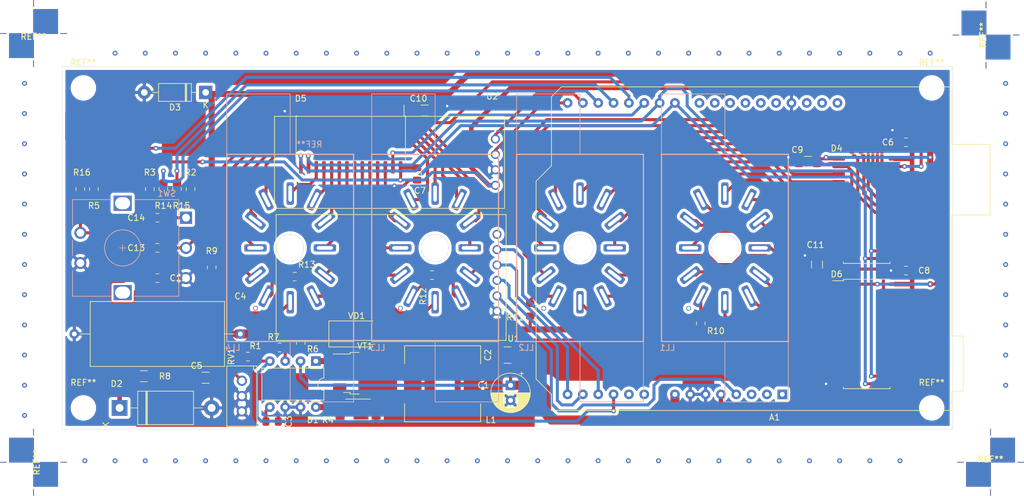
<source format=kicad_pcb>
(kicad_pcb (version 20171130) (host pcbnew "(5.1.5)-3")
  (layers (0 F.Cu signal) (31 B.Cu signal) (34 B.Paste user) (35 F.Paste user) (36 B.SilkS user) (37 F.SilkS user) (38 B.Mask user) (39 F.Mask user) (44 Edge.Cuts user))
  (net 0 "")
  (net 1 "Net-(D1-Pad8)")
  (net 2 "Net-(D1-Pad3)")
  (net 3 "Net-(D1-Pad1)")
  (net 4 "Net-(L1-Pad2)")
  (net 5 GND)
  (net 6 +5V)
  (net 7 "Net-(C3-Pad1)")
  (net 8 HV)
  (net 9 HV_C)
  (net 10 /SHUT)
  (net 11 "Net-(D2-Pad1)")
  (net 12 /DATA)
  (net 13 /2-0)
  (net 14 /2-9)
  (net 15 /2-8)
  (net 16 /2-7)
  (net 17 /2-6)
  (net 18 /2-5)
  (net 19 /2-4)
  (net 20 /2-3)
  (net 21 /2-2)
  (net 22 /2-1)
  (net 23 /STROBE)
  (net 24 /CLOCK)
  (net 25 /1-1)
  (net 26 /1-2)
  (net 27 /1-3)
  (net 28 /1-4)
  (net 29 /1-5)
  (net 30 /1-6)
  (net 31 /1-7)
  (net 32 /1-8)
  (net 33 /1-9)
  (net 34 /1-0)
  (net 35 /4-0)
  (net 36 /4-9)
  (net 37 /4-8)
  (net 38 /4-7)
  (net 39 /4-6)
  (net 40 /4-5)
  (net 41 /4-4)
  (net 42 /4-3)
  (net 43 /4-2)
  (net 44 /4-1)
  (net 45 /3-1)
  (net 46 /3-2)
  (net 47 /3-3)
  (net 48 /3-4)
  (net 49 /3-5)
  (net 50 /3-6)
  (net 51 /3-7)
  (net 52 /3-8)
  (net 53 /3-9)
  (net 54 /3-0)
  (net 55 "Net-(D6-Pad26)")
  (net 56 "Net-(D6-Pad25)")
  (net 57 "Net-(D6-Pad24)")
  (net 58 "Net-(D6-Pad23)")
  (net 59 "Net-(D6-Pad22)")
  (net 60 "Net-(D6-Pad21)")
  (net 61 "Net-(D6-Pad20)")
  (net 62 "Net-(D6-Pad19)")
  (net 63 "Net-(D6-Pad18)")
  (net 64 "Net-(D6-Pad17)")
  (net 65 "Net-(D6-Pad2)")
  (net 66 /SW)
  (net 67 /B)
  (net 68 /A)
  (net 69 "Net-(LL1-Pad1)")
  (net 70 "Net-(LL2-Pad1)")
  (net 71 "Net-(LL3-Pad1)")
  (net 72 "Net-(LL4-Pad1)")
  (net 73 "Net-(R7-Pad2)")
  (net 74 /4-.)
  (net 75 /3-.)
  (net 76 /2-.)
  (net 77 /1-.)
  (net 78 "Net-(D6-Pad3)")
  (net 79 /D-IN-OUT-1-2)
  (net 80 "Net-(D4-Pad20)")
  (net 81 "Net-(D4-Pad19)")
  (net 82 "Net-(D4-Pad17)")
  (net 83 "Net-(D4-Pad18)")
  (net 84 "Net-(D4-Pad27)")
  (net 85 /_SW)
  (net 86 /_B)
  (net 87 /_A)
  (net 88 /TxD)
  (net 89 /RxD)
  (net 90 "Net-(A1-Pad30)")
  (net 91 /SCL)
  (net 92 /SDA)
  (net 93 "Net-(A1-Pad28)")
  (net 94 /RT_INT)
  (net 95 "Net-(A1-Pad27)")
  (net 96 "Net-(A1-Pad26)")
  (net 97 "Net-(A1-Pad10)")
  (net 98 "Net-(A1-Pad25)")
  (net 99 "Net-(A1-Pad9)")
  (net 100 "Net-(A1-Pad24)")
  (net 101 +VDC)
  (net 102 +3V3)
  (net 103 "Net-(A1-Pad3)")
  (net 104 "Net-(A1-Pad2)")
  (net 105 "Net-(A1-Pad1)")
  (net 106 "Net-(A1-Pad31)")
  (net 107 "Net-(A1-Pad32)")
  (net 108 "Net-(U1-Pad1)")
  (net 109 "Net-(D4-Pad12)")
  (net 110 "Net-(A1-Pad23)")
  (module Package_SO:SOIC-28W_7.5x17.9mm_P1.27mm (layer F.Cu) (at 229.5 90.75)
    (fp_text reference D4 (at -5 -10) (layer F.SilkS))
    (fp_text value HV5812)
    (pad 28 smd roundrect (at 4.65 -8.255) (size 2.05 0.6) (layers F.Cu F.Paste F.Mask) (net 6 +5V))
    (pad 27 smd roundrect (at 4.65 -6.985) (size 2.05 0.6) (layers F.Cu F.Paste F.Mask) (net 84 "Net-(D4-Pad27)"))
    (pad 26 smd roundrect (at 4.65 -5.715) (size 2.05 0.6) (layers F.Cu F.Paste F.Mask) (net 47 /3-3))
    (pad 25 smd roundrect (at 4.65 -4.445) (size 2.05 0.6) (layers F.Cu F.Paste F.Mask) (net 46 /3-2))
    (pad 24 smd roundrect (at 4.65 -3.175) (size 2.05 0.6) (layers F.Cu F.Paste F.Mask) (net 13 /2-0))
    (pad 23 smd roundrect (at 4.65 -1.905) (size 2.05 0.6) (layers F.Cu F.Paste F.Mask) (net 14 /2-9))
    (pad 22 smd roundrect (at 4.65 -0.635) (size 2.05 0.6) (layers F.Cu F.Paste F.Mask) (net 15 /2-8))
    (pad 21 smd roundrect (at 4.65 0.635) (size 2.05 0.6) (layers F.Cu F.Paste F.Mask) (net 16 /2-7))
    (pad 20 smd roundrect (at 4.65 1.905) (size 2.05 0.6) (layers F.Cu F.Paste F.Mask) (net 80 "Net-(D4-Pad20)"))
    (pad 19 smd roundrect (at 4.65 3.175) (size 2.05 0.6) (layers F.Cu F.Paste F.Mask) (net 81 "Net-(D4-Pad19)"))
    (pad 18 smd roundrect (at 4.65 4.445) (size 2.05 0.6) (layers F.Cu F.Paste F.Mask) (net 83 "Net-(D4-Pad18)"))
    (pad 17 smd roundrect (at 4.65 5.715) (size 2.05 0.6) (layers F.Cu F.Paste F.Mask) (net 82 "Net-(D4-Pad17)"))
    (pad 16 smd roundrect (at 4.65 6.985) (size 2.05 0.6) (layers F.Cu F.Paste F.Mask) (net 23 /STROBE))
    (pad 15 smd roundrect (at 4.65 8.255) (size 2.05 0.6) (layers F.Cu F.Paste F.Mask) (net 24 /CLOCK))
    (pad 14 smd roundrect (at -4.65 8.255) (size 2.05 0.6) (layers F.Cu F.Paste F.Mask) (net 5 GND))
    (pad 13 smd roundrect (at -4.65 6.985) (size 2.05 0.6) (layers F.Cu F.Paste F.Mask) (net 5 GND))
    (pad 12 smd roundrect (at -4.65 5.715) (size 2.05 0.6) (layers F.Cu F.Paste F.Mask) (net 109 "Net-(D4-Pad12)"))
    (pad 11 smd roundrect (at -4.65 4.445) (size 2.05 0.6) (layers F.Cu F.Paste F.Mask) (net 32 /1-8))
    (pad 10 smd roundrect (at -4.65 3.175) (size 2.05 0.6) (layers F.Cu F.Paste F.Mask) (net 28 /1-4))
    (pad 9 smd roundrect (at -4.65 1.905) (size 2.05 0.6) (layers F.Cu F.Paste F.Mask) (net 31 /1-7))
    (pad 8 smd roundrect (at -4.65 0.635) (size 2.05 0.6) (layers F.Cu F.Paste F.Mask) (net 29 /1-5))
    (pad 7 smd roundrect (at -4.65 -0.635) (size 2.05 0.6) (layers F.Cu F.Paste F.Mask) (net 30 /1-6))
    (pad 6 smd roundrect (at -4.65 -1.905) (size 2.05 0.6) (layers F.Cu F.Paste F.Mask) (net 20 /2-3))
    (pad 5 smd roundrect (at -4.65 -3.175) (size 2.05 0.6) (layers F.Cu F.Paste F.Mask) (net 19 /2-4))
    (pad 4 smd roundrect (at -4.65 -4.445) (size 2.05 0.6) (layers F.Cu F.Paste F.Mask) (net 18 /2-5))
    (pad 3 smd roundrect (at -4.65 -5.715) (size 2.05 0.6) (layers F.Cu F.Paste F.Mask) (net 17 /2-6))
    (pad 2 smd roundrect (at -4.65 -6.985) (size 2.05 0.6) (layers F.Cu F.Paste F.Mask) (net 79 /D-IN-OUT-1-2))
    (pad 1 smd roundrect (at -4.65 -8.255) (size 2.05 0.6) (layers F.Cu F.Paste F.Mask) (net 9 HV_C))
  )
  (module clock:zs-042 (layer F.Cu) (at 169.765618 112.56156 180)
    (fp_text reference U1 (at -1.234382 0.31156) (layer F.SilkS))
    (fp_text value ZS-042)
    (pad 1 thru_hole circle (at 1.515618 17.56156 180) (size 1.501394 1.501394) (drill 1) (layers *.Cu *.Mask) (net 108 "Net-(U1-Pad1)"))
    (pad 2 thru_hole circle (at 1.515618 15.027656 180) (size 1.501394 1.501394) (drill 1) (layers *.Cu *.Mask) (net 94 /RT_INT))
    (pad 3 thru_hole circle (at 1.515618 12.487656 180) (size 1.5 1.5) (drill 1) (layers *.Cu *.Mask) (net 91 /SCL))
    (pad 4 thru_hole circle (at 1.515618 9.93902 180) (size 1.5 1.5) (drill 1) (layers *.Cu *.Mask) (net 92 /SDA))
    (pad 5 thru_hole circle (at 1.515618 7.366 180) (size 1.5 1.5) (drill 1) (layers *.Cu *.Mask) (net 102 +3V3))
    (pad 6 thru_hole circle (at 1.515618 4.836922 180) (size 1.5 1.5) (drill 1) (layers *.Cu *.Mask) (net 5 GND))
  )
  (module Capacitor_THT:C_Axial_L22.0mm_D10.5mm_P27.50mm_Horizontal (layer F.Cu) (at 125.75 111.5 180)
    (fp_text reference C4 (at 0 6.25) (layer F.SilkS))
    (fp_text value "10 uF, 250V")
    (pad 2 thru_hole oval (at 27.5 0 180) (size 1.6 1.6) (drill 0.8) (layers *.Cu *.Mask) (net 5 GND))
    (pad 1 thru_hole circle (at 0 0 180) (size 1.6 1.6) (drill 0.8) (layers *.Cu *.Mask) (net 8 HV))
  )
  (module Module:Arduino_UNO_R3 (layer F.Cu) (at 215.5 121.5 180)
    (fp_text reference A1 (at 1.27 -3.81 180) (layer F.SilkS))
    (fp_text value Arduino_UNO_R3)
    (pad 16 thru_hole oval (at 33.02 48.26 270) (size 1.6 1.6) (drill 0.8) (layers *.Cu *.Mask) (net 88 /TxD))
    (pad 15 thru_hole oval (at 35.56 48.26 270) (size 1.6 1.6) (drill 0.8) (layers *.Cu *.Mask) (net 89 /RxD))
    (pad 30 thru_hole oval (at -4.06 48.26 270) (size 1.6 1.6) (drill 0.8) (layers *.Cu *.Mask) (net 90 "Net-(A1-Pad30)"))
    (pad 14 thru_hole oval (at 35.56 0 270) (size 1.6 1.6) (drill 0.8) (layers *.Cu *.Mask) (net 91 /SCL))
    (pad 29 thru_hole oval (at -1.52 48.26 270) (size 1.6 1.6) (drill 0.8) (layers *.Cu *.Mask) (net 5 GND))
    (pad 13 thru_hole oval (at 33.02 0 270) (size 1.6 1.6) (drill 0.8) (layers *.Cu *.Mask) (net 92 /SDA))
    (pad 28 thru_hole oval (at 1.02 48.26 270) (size 1.6 1.6) (drill 0.8) (layers *.Cu *.Mask) (net 93 "Net-(A1-Pad28)"))
    (pad 12 thru_hole oval (at 30.48 0 270) (size 1.6 1.6) (drill 0.8) (layers *.Cu *.Mask) (net 94 /RT_INT))
    (pad 27 thru_hole oval (at 3.56 48.26 270) (size 1.6 1.6) (drill 0.8) (layers *.Cu *.Mask) (net 95 "Net-(A1-Pad27)"))
    (pad 11 thru_hole oval (at 27.94 0 270) (size 1.6 1.6) (drill 0.8) (layers *.Cu *.Mask) (net 10 /SHUT))
    (pad 26 thru_hole oval (at 6.1 48.26 270) (size 1.6 1.6) (drill 0.8) (layers *.Cu *.Mask) (net 96 "Net-(A1-Pad26)"))
    (pad 10 thru_hole oval (at 25.4 0 270) (size 1.6 1.6) (drill 0.8) (layers *.Cu *.Mask) (net 97 "Net-(A1-Pad10)"))
    (pad 25 thru_hole oval (at 8.64 48.26 270) (size 1.6 1.6) (drill 0.8) (layers *.Cu *.Mask) (net 98 "Net-(A1-Pad25)"))
    (pad 9 thru_hole oval (at 22.86 0 270) (size 1.6 1.6) (drill 0.8) (layers *.Cu *.Mask) (net 99 "Net-(A1-Pad9)"))
    (pad 24 thru_hole oval (at 11.18 48.26 270) (size 1.6 1.6) (drill 0.8) (layers *.Cu *.Mask) (net 100 "Net-(A1-Pad24)"))
    (pad 8 thru_hole oval (at 17.78 0 270) (size 1.6 1.6) (drill 0.8) (layers *.Cu *.Mask) (net 101 +VDC))
    (pad 23 thru_hole oval (at 13.72 48.26 270) (size 1.6 1.6) (drill 0.8) (layers *.Cu *.Mask) (net 110 "Net-(A1-Pad23)"))
    (pad 7 thru_hole oval (at 15.24 0 270) (size 1.6 1.6) (drill 0.8) (layers *.Cu *.Mask) (net 5 GND))
    (pad 22 thru_hole oval (at 17.78 48.26 270) (size 1.6 1.6) (drill 0.8) (layers *.Cu *.Mask) (net 24 /CLOCK))
    (pad 6 thru_hole oval (at 12.7 0 270) (size 1.6 1.6) (drill 0.8) (layers *.Cu *.Mask) (net 5 GND))
    (pad 21 thru_hole oval (at 20.32 48.26 270) (size 1.6 1.6) (drill 0.8) (layers *.Cu *.Mask) (net 23 /STROBE))
    (pad 5 thru_hole oval (at 10.16 0 270) (size 1.6 1.6) (drill 0.8) (layers *.Cu *.Mask) (net 6 +5V))
    (pad 20 thru_hole oval (at 22.86 48.26 270) (size 1.6 1.6) (drill 0.8) (layers *.Cu *.Mask) (net 12 /DATA))
    (pad 4 thru_hole oval (at 7.62 0 270) (size 1.6 1.6) (drill 0.8) (layers *.Cu *.Mask) (net 102 +3V3))
    (pad 19 thru_hole oval (at 25.4 48.26 270) (size 1.6 1.6) (drill 0.8) (layers *.Cu *.Mask) (net 66 /SW))
    (pad 3 thru_hole oval (at 5.08 0 270) (size 1.6 1.6) (drill 0.8) (layers *.Cu *.Mask) (net 103 "Net-(A1-Pad3)"))
    (pad 18 thru_hole oval (at 27.94 48.26 270) (size 1.6 1.6) (drill 0.8) (layers *.Cu *.Mask) (net 67 /B))
    (pad 2 thru_hole oval (at 2.54 0 270) (size 1.6 1.6) (drill 0.8) (layers *.Cu *.Mask) (net 104 "Net-(A1-Pad2)"))
    (pad 17 thru_hole oval (at 30.48 48.26 270) (size 1.6 1.6) (drill 0.8) (layers *.Cu *.Mask) (net 68 /A))
    (pad 1 thru_hole rect (at 0 0 270) (size 1.6 1.6) (drill 0.8) (layers *.Cu *.Mask) (net 105 "Net-(A1-Pad1)"))
    (pad 31 thru_hole oval (at -6.6 48.26 270) (size 1.6 1.6) (drill 0.8) (layers *.Cu *.Mask) (net 106 "Net-(A1-Pad31)"))
    (pad 32 thru_hole oval (at -9.14 48.26 270) (size 1.6 1.6) (drill 0.8) (layers *.Cu *.Mask) (net 107 "Net-(A1-Pad32)"))
  )
  (module Package_SO:SOIC-28W_7.5x17.9mm_P1.27mm (layer F.Cu) (at 144.035 79.25 270)
    (fp_text reference D5 (at -6.75 8.285 180) (layer F.SilkS))
    (fp_text value HV5812)
    (pad 28 smd roundrect (at 4.65 -8.255 270) (size 2.05 0.6) (layers F.Cu F.Paste F.Mask) (net 6 +5V))
    (pad 27 smd roundrect (at 4.65 -6.985 270) (size 2.05 0.6) (layers F.Cu F.Paste F.Mask) (net 12 /DATA))
    (pad 26 smd roundrect (at 4.65 -5.715 270) (size 2.05 0.6) (layers F.Cu F.Paste F.Mask) (net 52 /3-8))
    (pad 25 smd roundrect (at 4.65 -4.445 270) (size 2.05 0.6) (layers F.Cu F.Paste F.Mask) (net 53 /3-9))
    (pad 24 smd roundrect (at 4.65 -3.175 270) (size 2.05 0.6) (layers F.Cu F.Paste F.Mask) (net 54 /3-0))
    (pad 23 smd roundrect (at 4.65 -1.905 270) (size 2.05 0.6) (layers F.Cu F.Paste F.Mask) (net 75 /3-.))
    (pad 22 smd roundrect (at 4.65 -0.635 270) (size 2.05 0.6) (layers F.Cu F.Paste F.Mask) (net 44 /4-1))
    (pad 21 smd roundrect (at 4.65 0.635 270) (size 2.05 0.6) (layers F.Cu F.Paste F.Mask) (net 43 /4-2))
    (pad 20 smd roundrect (at 4.65 1.905 270) (size 2.05 0.6) (layers F.Cu F.Paste F.Mask) (net 42 /4-3))
    (pad 19 smd roundrect (at 4.65 3.175 270) (size 2.05 0.6) (layers F.Cu F.Paste F.Mask) (net 41 /4-4))
    (pad 18 smd roundrect (at 4.65 4.445 270) (size 2.05 0.6) (layers F.Cu F.Paste F.Mask) (net 40 /4-5))
    (pad 17 smd roundrect (at 4.65 5.715 270) (size 2.05 0.6) (layers F.Cu F.Paste F.Mask) (net 39 /4-6))
    (pad 16 smd roundrect (at 4.65 6.985 270) (size 2.05 0.6) (layers F.Cu F.Paste F.Mask) (net 23 /STROBE))
    (pad 15 smd roundrect (at 4.65 8.255 270) (size 2.05 0.6) (layers F.Cu F.Paste F.Mask) (net 24 /CLOCK))
    (pad 14 smd roundrect (at -4.65 8.255 270) (size 2.05 0.6) (layers F.Cu F.Paste F.Mask) (net 5 GND))
    (pad 13 smd roundrect (at -4.65 6.985 270) (size 2.05 0.6) (layers F.Cu F.Paste F.Mask) (net 5 GND))
    (pad 12 smd roundrect (at -4.65 5.715 270) (size 2.05 0.6) (layers F.Cu F.Paste F.Mask) (net 74 /4-.))
    (pad 11 smd roundrect (at -4.65 4.445 270) (size 2.05 0.6) (layers F.Cu F.Paste F.Mask) (net 35 /4-0))
    (pad 10 smd roundrect (at -4.65 3.175 270) (size 2.05 0.6) (layers F.Cu F.Paste F.Mask) (net 36 /4-9))
    (pad 9 smd roundrect (at -4.65 1.905 270) (size 2.05 0.6) (layers F.Cu F.Paste F.Mask) (net 37 /4-8))
    (pad 8 smd roundrect (at -4.65 0.635 270) (size 2.05 0.6) (layers F.Cu F.Paste F.Mask) (net 38 /4-7))
    (pad 7 smd roundrect (at -4.65 -0.635 270) (size 2.05 0.6) (layers F.Cu F.Paste F.Mask) (net 51 /3-7))
    (pad 6 smd roundrect (at -4.65 -1.905 270) (size 2.05 0.6) (layers F.Cu F.Paste F.Mask) (net 50 /3-6))
    (pad 5 smd roundrect (at -4.65 -3.175 270) (size 2.05 0.6) (layers F.Cu F.Paste F.Mask) (net 49 /3-5))
    (pad 4 smd roundrect (at -4.65 -4.445 270) (size 2.05 0.6) (layers F.Cu F.Paste F.Mask) (net 45 /3-1))
    (pad 3 smd roundrect (at -4.65 -5.715 270) (size 2.05 0.6) (layers F.Cu F.Paste F.Mask) (net 48 /3-4))
    (pad 2 smd roundrect (at -4.65 -6.985 270) (size 2.05 0.6) (layers F.Cu F.Paste F.Mask) (net 84 "Net-(D4-Pad27)"))
    (pad 1 smd roundrect (at -4.65 -8.255 270) (size 2.05 0.6) (layers F.Cu F.Paste F.Mask) (net 9 HV_C))
  )
  (module clock:3296W (layer F.Cu) (at 126 121.79 180)
    (fp_text reference RV1 (at 1.75 6.54 270) (layer F.SilkS))
    (fp_text value R_POT)
    (pad 3 thru_hole circle (at 0 -2.54 180) (size 1.7 1.7) (drill 1.1) (layers *.Cu *.Mask) (net 5 GND))
    (pad 2 thru_hole circle (at 0 0 180) (size 1.7 1.7) (drill 1.1) (layers *.Cu *.Mask) (net 5 GND))
    (pad 1 thru_hole circle (at 0 2.54 180) (size 1.7 1.7) (drill 1.1) (layers *.Cu *.Mask) (net 73 "Net-(R7-Pad2)"))
  )
  (module Diode_THT:D_DO-201AE_P15.24mm_Horizontal (layer F.Cu) (at 105.75 123.75)
    (fp_text reference D2 (at -0.5 -4 180) (layer F.SilkS))
    (fp_text value 1.5KE220CA)
    (fp_text user K (at -2.25 2.75 270) (layer F.SilkS))
    (pad 2 thru_hole oval (at 15.24 0) (size 2.6 2.6) (drill 1.3) (layers *.Cu *.Mask) (net 5 GND))
    (pad 1 thru_hole rect (at 0 0) (size 2.6 2.6) (drill 1.3) (layers *.Cu *.Mask) (net 11 "Net-(D2-Pad1)"))
  )
  (module clock:zs-040 (layer F.Cu) (at 169.5 94.25 180)
    (fp_text reference U2 (at 2.032 22.098 180) (layer F.SilkS))
    (fp_text value ZS-040)
    (pad 1 thru_hole circle (at 1.515618 15.027656 180) (size 1.501394 1.501394) (drill 1) (layers *.Cu *.Mask) (net 88 /TxD))
    (pad 2 thru_hole circle (at 1.515618 12.487656 180) (size 1.5 1.5) (drill 1) (layers *.Cu *.Mask) (net 89 /RxD))
    (pad 3 thru_hole circle (at 1.515618 9.93902 180) (size 1.5 1.5) (drill 1) (layers *.Cu *.Mask) (net 5 GND))
    (pad 4 thru_hole circle (at 1.515618 7.366 180) (size 1.5 1.5) (drill 1) (layers *.Cu *.Mask) (net 6 +5V))
  )
  (module Resistor_SMD:R_2512_6332Metric_Pad1.52x3.35mm_HandSolder (layer F.Cu) (at 145.25 124)
    (fp_text reference R4 (at -5 1.75) (layer F.SilkS))
    (fp_text value 0.1)
    (pad 2 smd roundrect (at 2.9875 0) (size 1.525 3.35) (layers F.Cu F.Paste F.Mask) (roundrect_rratio 0.163934) (net 5 GND))
    (pad 1 smd roundrect (at -2.9875 0) (size 1.525 3.35) (layers F.Cu F.Paste F.Mask) (roundrect_rratio 0.163934) (net 1 "Net-(D1-Pad8)"))
  )
  (module MountingHole:MountingHole_3.2mm_M3 (layer F.Cu) (at 240.25 123.75)
    (fp_text reference REF** (at 0 -4.2) (layer F.SilkS))
    (fp_text value MountingHole_3.2mm_M3)
    (pad 1 np_thru_hole circle (at 0 0) (size 3.2 3.2) (drill 3.2) (layers *.Cu *.Mask))
  )
  (module MountingHole:MountingHole_3.2mm_M3 (layer F.Cu) (at 240.25 70.75)
    (fp_text reference REF** (at 0 -4.2) (layer F.SilkS))
    (fp_text value MountingHole_3.2mm_M3)
    (pad 1 np_thru_hole circle (at 0 0) (size 3.2 3.2) (drill 3.2) (layers *.Cu *.Mask))
  )
  (module MountingHole:MountingHole_3.2mm_M3 (layer F.Cu) (at 99.75 123.75)
    (fp_text reference REF** (at 0 -4.2) (layer F.SilkS))
    (fp_text value MountingHole_3.2mm_M3)
    (pad 1 np_thru_hole circle (at 0 0) (size 3.2 3.2) (drill 3.2) (layers *.Cu *.Mask))
  )
  (module MountingHole:MountingHole_3.2mm_M3 (layer F.Cu) (at 99.75 70.75)
    (fp_text reference REF** (at 0 -4.2) (layer F.SilkS))
    (fp_text value MountingHole_3.2mm_M3)
    (pad 1 np_thru_hole circle (at 0 0) (size 3.2 3.2) (drill 3.2) (layers *.Cu *.Mask))
  )
  (module clock:mira (layer F.Cu) (at 250 132.75 180)
    (fp_text reference REF** (at 0 0.5) (layer F.SilkS))
    (fp_text value mira)
    (fp_poly (pts (xy 4 0) (xy 0 0) (xy 0 -4) (xy 4 -4)) (layer F.Cu) (width 0.1))
    (fp_poly (pts (xy -4 0) (xy 0 0) (xy 0 4) (xy -4 4)) (layer F.Cu) (width 0.1))
    (fp_poly (pts (xy -4 0) (xy 0 0) (xy 0 4) (xy -4 4)) (layer B.Cu) (width 0.1))
    (fp_poly (pts (xy 4 0) (xy 0 0) (xy 0 -4) (xy 4 -4)) (layer B.Cu) (width 0.1))
    (fp_text user REF** (at 0 0.5) (layer F.SilkS))
    (fp_line (start 0 -4.5) (end 0 -5.5) (layer F.Cu) (width 0.12))
    (fp_line (start -4.5 0) (end -5.5 0) (layer F.Cu) (width 0.12))
    (fp_line (start 0 4.5) (end 0 5.5) (layer F.Cu) (width 0.12))
    (fp_line (start 4.5 0) (end 5.5 0) (layer F.Cu) (width 0.12))
    (fp_line (start 4.5 0) (end 5.5 0) (layer B.Cu) (width 0.12))
    (fp_line (start 0 4.5) (end 0 5.5) (layer B.Cu) (width 0.12))
    (fp_line (start -4.5 0) (end -5.5 0) (layer B.Cu) (width 0.12))
    (fp_line (start 0 -4.5) (end 0 -5.5) (layer B.Cu) (width 0.12))
  )
  (module clock:mira (layer F.Cu) (at 249.25 62 270)
    (fp_text reference REF** (at 0 0.5 90) (layer F.SilkS))
    (fp_text value mira)
    (fp_poly (pts (xy 4 0) (xy 0 0) (xy 0 -4) (xy 4 -4)) (layer F.Cu) (width 0.1))
    (fp_poly (pts (xy -4 0) (xy 0 0) (xy 0 4) (xy -4 4)) (layer F.Cu) (width 0.1))
    (fp_poly (pts (xy -4 0) (xy 0 0) (xy 0 4) (xy -4 4)) (layer B.Cu) (width 0.1))
    (fp_poly (pts (xy 4 0) (xy 0 0) (xy 0 -4) (xy 4 -4)) (layer B.Cu) (width 0.1))
    (fp_text user REF** (at 0 0.5 90) (layer F.SilkS))
    (fp_line (start 0 -4.5) (end 0 -5.5) (layer F.Cu) (width 0.12))
    (fp_line (start -4.5 0) (end -5.5 0) (layer F.Cu) (width 0.12))
    (fp_line (start 0 4.5) (end 0 5.5) (layer F.Cu) (width 0.12))
    (fp_line (start 4.5 0) (end 5.5 0) (layer F.Cu) (width 0.12))
    (fp_line (start 4.5 0) (end 5.5 0) (layer B.Cu) (width 0.12))
    (fp_line (start 0 4.5) (end 0 5.5) (layer B.Cu) (width 0.12))
    (fp_line (start -4.5 0) (end -5.5 0) (layer B.Cu) (width 0.12))
    (fp_line (start 0 -4.5) (end 0 -5.5) (layer B.Cu) (width 0.12))
  )
  (module clock:mira (layer F.Cu) (at 91.5 132.75 90)
    (fp_text reference REF** (at 0 0.5 90) (layer F.SilkS))
    (fp_text value mira)
    (fp_poly (pts (xy 4 0) (xy 0 0) (xy 0 -4) (xy 4 -4)) (layer F.Cu) (width 0.1))
    (fp_poly (pts (xy -4 0) (xy 0 0) (xy 0 4) (xy -4 4)) (layer F.Cu) (width 0.1))
    (fp_poly (pts (xy -4 0) (xy 0 0) (xy 0 4) (xy -4 4)) (layer B.Cu) (width 0.1))
    (fp_poly (pts (xy 4 0) (xy 0 0) (xy 0 -4) (xy 4 -4)) (layer B.Cu) (width 0.1))
    (fp_text user REF** (at 0 0.5 90) (layer F.SilkS))
    (fp_line (start 0 -4.5) (end 0 -5.5) (layer F.Cu) (width 0.12))
    (fp_line (start -4.5 0) (end -5.5 0) (layer F.Cu) (width 0.12))
    (fp_line (start 0 4.5) (end 0 5.5) (layer F.Cu) (width 0.12))
    (fp_line (start 4.5 0) (end 5.5 0) (layer F.Cu) (width 0.12))
    (fp_line (start 4.5 0) (end 5.5 0) (layer B.Cu) (width 0.12))
    (fp_line (start 0 4.5) (end 0 5.5) (layer B.Cu) (width 0.12))
    (fp_line (start -4.5 0) (end -5.5 0) (layer B.Cu) (width 0.12))
    (fp_line (start 0 -4.5) (end 0 -5.5) (layer B.Cu) (width 0.12))
  )
  (module clock:mira (layer F.Cu) (at 91.5 61.75)
    (fp_text reference REF** (at 0 0.5) (layer F.SilkS))
    (fp_text value mira)
    (fp_line (start 0 -4.5) (end 0 -5.5) (layer B.Cu) (width 0.12))
    (fp_line (start -4.5 0) (end -5.5 0) (layer B.Cu) (width 0.12))
    (fp_line (start 0 4.5) (end 0 5.5) (layer B.Cu) (width 0.12))
    (fp_line (start 4.5 0) (end 5.5 0) (layer B.Cu) (width 0.12))
    (fp_line (start 4.5 0) (end 5.5 0) (layer F.Cu) (width 0.12))
    (fp_line (start 0 4.5) (end 0 5.5) (layer F.Cu) (width 0.12))
    (fp_line (start -4.5 0) (end -5.5 0) (layer F.Cu) (width 0.12))
    (fp_line (start 0 -4.5) (end 0 -5.5) (layer F.Cu) (width 0.12))
    (fp_text user REF** (at 0 0.5) (layer F.SilkS))
    (fp_poly (pts (xy 4 0) (xy 0 0) (xy 0 -4) (xy 4 -4)) (layer B.Cu) (width 0.1))
    (fp_poly (pts (xy -4 0) (xy 0 0) (xy 0 4) (xy -4 4)) (layer B.Cu) (width 0.1))
    (fp_poly (pts (xy -4 0) (xy 0 0) (xy 0 4) (xy -4 4)) (layer F.Cu) (width 0.1))
    (fp_poly (pts (xy 4 0) (xy 0 0) (xy 0 -4) (xy 4 -4)) (layer F.Cu) (width 0.1))
  )
  (module Package_TO_SOT_SMD:TO-252-2 (layer F.Cu) (at 146.4 118)
    (fp_text reference VT1 (at 0 -4.5) (layer F.SilkS))
    (fp_text value STD18N55M5)
    (pad 2 smd rect (at 2.1 0) (size 6.4 5.8) (layers F.Cu F.Mask) (net 4 "Net-(L1-Pad2)"))
    (pad 3 smd rect (at -4.2 2.28) (size 2.2 1.2) (layers F.Cu F.Paste F.Mask) (net 1 "Net-(D1-Pad8)"))
    (pad 1 smd rect (at -4.2 -2.28) (size 2.2 1.2) (layers F.Cu F.Paste F.Mask) (net 3 "Net-(D1-Pad1)"))
  )
  (module Capacitor_SMD:C_0805_2012Metric_Pad1.15x1.40mm_HandSolder (layer F.Cu) (at 112 92.25)
    (fp_text reference C14 (at -3.5 0) (layer F.SilkS))
    (fp_text value "100nF, 50V")
    (pad 2 smd roundrect (at 1.025 0) (size 1.15 1.4) (layers F.Cu F.Paste F.Mask) (roundrect_rratio 0.217391) (net 87 /_A))
    (pad 1 smd roundrect (at -1.025 0) (size 1.15 1.4) (layers F.Cu F.Paste F.Mask) (roundrect_rratio 0.217391) (net 5 GND))
  )
  (module Capacitor_SMD:C_0805_2012Metric_Pad1.15x1.40mm_HandSolder (layer F.Cu) (at 112 97.25)
    (fp_text reference C13 (at -3.5 0) (layer F.SilkS))
    (fp_text value "100nF, 50V")
    (pad 2 smd roundrect (at 1.025 0) (size 1.15 1.4) (layers F.Cu F.Paste F.Mask) (roundrect_rratio 0.217391) (net 86 /_B))
    (pad 1 smd roundrect (at -1.025 0) (size 1.15 1.4) (layers F.Cu F.Paste F.Mask) (roundrect_rratio 0.217391) (net 5 GND))
  )
  (module Capacitor_SMD:C_0805_2012Metric_Pad1.15x1.40mm_HandSolder (layer F.Cu) (at 112 102.25 180)
    (fp_text reference C12 (at -3.5 0) (layer F.SilkS))
    (fp_text value "100nF, 50V")
    (pad 2 smd roundrect (at 1.025 0 180) (size 1.15 1.4) (layers F.Cu F.Paste F.Mask) (roundrect_rratio 0.217391) (net 85 /_SW))
    (pad 1 smd roundrect (at -1.025 0 180) (size 1.15 1.4) (layers F.Cu F.Paste F.Mask) (roundrect_rratio 0.217391) (net 5 GND))
  )
  (module Resistor_SMD:R_0805_2012Metric_Pad1.15x1.40mm_HandSolder (layer F.Cu) (at 99.25 87.5 90)
    (fp_text reference R16 (at 2.75 0.25) (layer F.SilkS))
    (fp_text value 1K)
    (pad 2 smd roundrect (at 1.025 0 90) (size 1.15 1.4) (layers F.Cu F.Paste F.Mask) (roundrect_rratio 0.217391) (net 66 /SW))
    (pad 1 smd roundrect (at -1.025 0 90) (size 1.15 1.4) (layers F.Cu F.Paste F.Mask) (roundrect_rratio 0.217391) (net 85 /_SW))
  )
  (module Resistor_SMD:R_0805_2012Metric_Pad1.15x1.40mm_HandSolder (layer F.Cu) (at 115.25 87.5 90)
    (fp_text reference R15 (at -2.75 0.75) (layer F.SilkS))
    (fp_text value 1K)
    (pad 2 smd roundrect (at 1.025 0 90) (size 1.15 1.4) (layers F.Cu F.Paste F.Mask) (roundrect_rratio 0.217391) (net 67 /B))
    (pad 1 smd roundrect (at -1.025 0 90) (size 1.15 1.4) (layers F.Cu F.Paste F.Mask) (roundrect_rratio 0.217391) (net 86 /_B))
  )
  (module Resistor_SMD:R_0805_2012Metric_Pad1.15x1.40mm_HandSolder (layer F.Cu) (at 113 87.5 90)
    (fp_text reference R14 (at -2.75 0) (layer F.SilkS))
    (fp_text value 1K)
    (pad 2 smd roundrect (at 1.025 0 90) (size 1.15 1.4) (layers F.Cu F.Paste F.Mask) (roundrect_rratio 0.217391) (net 68 /A))
    (pad 1 smd roundrect (at -1.025 0 90) (size 1.15 1.4) (layers F.Cu F.Paste F.Mask) (roundrect_rratio 0.217391) (net 87 /_A))
  )
  (module Capacitor_THT:CP_Radial_D6.3mm_P2.50mm (layer F.Cu) (at 170.5 120 270)
    (fp_text reference C1 (at 0 4.5 180) (layer F.SilkS))
    (fp_text value "220uF, 16V")
    (pad 2 thru_hole circle (at 2.5 0 270) (size 1.6 1.6) (drill 0.8) (layers *.Cu *.Mask) (net 5 GND))
    (pad 1 thru_hole rect (at 0 0 270) (size 1.6 1.6) (drill 0.8) (layers *.Cu *.Mask) (net 101 +VDC))
  )
  (module clock:RotaryEncoder_Bouruns_PEC16 (layer B.Cu) (at 106.25 97.25 180)
    (fp_text reference SW1 (at -7.3 9 180) (layer B.SilkS) (effects (justify mirror)))
    (fp_text value PEC16)
    (pad S2 thru_hole circle (at 7 -2.5 180) (size 2 2) (drill 1.3) (layers *.Cu *.Mask) (net 5 GND))
    (pad S1 thru_hole circle (at 7 2.5 180) (size 2 2) (drill 1.3) (layers *.Cu *.Mask) (net 85 /_SW))
    (pad MP thru_hole rect (at 0 -7.4 180) (size 3 2.5) (drill oval 2.5 2) (layers *.Cu *.Mask))
    (pad MP thru_hole rect (at 0 7.4 180) (size 3 2.5) (drill oval 2.5 2) (layers *.Cu *.Mask))
    (pad B thru_hole circle (at -10.5 0 180) (size 2 2) (drill 1.3) (layers *.Cu *.Mask) (net 86 /_B))
    (pad C thru_hole circle (at -10.5 -5 180) (size 2 2) (drill 1.3) (layers *.Cu *.Mask) (net 5 GND))
    (pad A thru_hole rect (at -10.5 5 180) (size 2 2) (drill 1.3) (layers *.Cu *.Mask) (net 87 /_A))
  )
  (module Resistor_SMD:R_0805_2012Metric_Pad1.15x1.40mm_HandSolder (layer F.Cu) (at 134.75 102)
    (fp_text reference R13 (at 2 -2) (layer F.SilkS))
    (fp_text value 22K)
    (pad 2 smd roundrect (at 1.025 0) (size 1.15 1.4) (layers F.Cu F.Paste F.Mask) (roundrect_rratio 0.217391) (net 8 HV))
    (pad 1 smd roundrect (at -1.025 0) (size 1.15 1.4) (layers F.Cu F.Paste F.Mask) (roundrect_rratio 0.217391) (net 72 "Net-(LL4-Pad1)"))
  )
  (module Resistor_SMD:R_0805_2012Metric_Pad1.15x1.40mm_HandSolder (layer F.Cu) (at 157.5 101.75)
    (fp_text reference R12 (at -1.5 3.5 270) (layer F.SilkS))
    (fp_text value 22K)
    (pad 2 smd roundrect (at 1.025 0) (size 1.15 1.4) (layers F.Cu F.Paste F.Mask) (roundrect_rratio 0.217391) (net 8 HV))
    (pad 1 smd roundrect (at -1.025 0) (size 1.15 1.4) (layers F.Cu F.Paste F.Mask) (roundrect_rratio 0.217391) (net 71 "Net-(LL3-Pad1)"))
  )
  (module Resistor_SMD:R_0805_2012Metric_Pad1.15x1.40mm_HandSolder (layer F.Cu) (at 173.75 107.5 270)
    (fp_text reference R11 (at 1.25 2.5) (layer F.SilkS))
    (fp_text value 22K)
    (pad 2 smd roundrect (at 1.025 0 270) (size 1.15 1.4) (layers F.Cu F.Paste F.Mask) (roundrect_rratio 0.217391) (net 8 HV))
    (pad 1 smd roundrect (at -1.025 0 270) (size 1.15 1.4) (layers F.Cu F.Paste F.Mask) (roundrect_rratio 0.217391) (net 70 "Net-(LL2-Pad1)"))
  )
  (module Resistor_SMD:R_0805_2012Metric_Pad1.15x1.40mm_HandSolder (layer F.Cu) (at 202 109.75 270)
    (fp_text reference R10 (at 1.25 -2.5) (layer F.SilkS))
    (fp_text value 22K)
    (pad 2 smd roundrect (at 1.025 0 270) (size 1.15 1.4) (layers F.Cu F.Paste F.Mask) (roundrect_rratio 0.217391) (net 8 HV))
    (pad 1 smd roundrect (at -1.025 0 270) (size 1.15 1.4) (layers F.Cu F.Paste F.Mask) (roundrect_rratio 0.217391) (net 69 "Net-(LL1-Pad1)"))
  )
  (module Resistor_SMD:R_0805_2012Metric_Pad1.15x1.40mm_HandSolder (layer F.Cu) (at 121 100.5 270)
    (fp_text reference R9 (at -2.75 0) (layer F.SilkS))
    (fp_text value 150K)
    (pad 2 smd roundrect (at 1.025 0 270) (size 1.15 1.4) (layers F.Cu F.Paste F.Mask) (roundrect_rratio 0.217391) (net 8 HV))
    (pad 1 smd roundrect (at -1.025 0 270) (size 1.15 1.4) (layers F.Cu F.Paste F.Mask) (roundrect_rratio 0.217391) (net 9 HV_C))
  )
  (module Resistor_SMD:R_1206_3216Metric_Pad1.42x1.75mm_HandSolder (layer F.Cu) (at 109.75 118.5 180)
    (fp_text reference R8 (at -3.5 0 180) (layer F.SilkS))
    (fp_text value 1)
    (pad 2 smd roundrect (at 1.4875 0 180) (size 1.425 1.75) (layers F.Cu F.Paste F.Mask) (roundrect_rratio 0.175439) (net 11 "Net-(D2-Pad1)"))
    (pad 1 smd roundrect (at -1.4875 0 180) (size 1.425 1.75) (layers F.Cu F.Paste F.Mask) (roundrect_rratio 0.175439) (net 8 HV))
  )
  (module Resistor_SMD:R_0805_2012Metric_Pad1.15x1.40mm_HandSolder (layer F.Cu) (at 132.25 113.75 180)
    (fp_text reference R7 (at 1 1.75) (layer F.SilkS))
    (fp_text value 10K)
    (pad 2 smd roundrect (at 1.025 0 180) (size 1.15 1.4) (layers F.Cu F.Paste F.Mask) (roundrect_rratio 0.217391) (net 73 "Net-(R7-Pad2)"))
    (pad 1 smd roundrect (at -1.025 0 180) (size 1.15 1.4) (layers F.Cu F.Paste F.Mask) (roundrect_rratio 0.217391) (net 2 "Net-(D1-Pad3)"))
  )
  (module Resistor_SMD:R_0805_2012Metric_Pad1.15x1.40mm_HandSolder (layer F.Cu) (at 135.75 112.975 270)
    (fp_text reference R6 (at 1.025 -2 180) (layer F.SilkS))
    (fp_text value 1.5M)
    (pad 2 smd roundrect (at 1.025 0 270) (size 1.15 1.4) (layers F.Cu F.Paste F.Mask) (roundrect_rratio 0.217391) (net 2 "Net-(D1-Pad3)"))
    (pad 1 smd roundrect (at -1.025 0 270) (size 1.15 1.4) (layers F.Cu F.Paste F.Mask) (roundrect_rratio 0.217391) (net 8 HV))
  )
  (module Resistor_SMD:R_0805_2012Metric_Pad1.15x1.40mm_HandSolder (layer F.Cu) (at 101.5 87.5 270)
    (fp_text reference R5 (at 2.75 0) (layer F.SilkS))
    (fp_text value 10K)
    (pad 2 smd roundrect (at 1.025 0 270) (size 1.15 1.4) (layers F.Cu F.Paste F.Mask) (roundrect_rratio 0.217391) (net 85 /_SW))
    (pad 1 smd roundrect (at -1.025 0 270) (size 1.15 1.4) (layers F.Cu F.Paste F.Mask) (roundrect_rratio 0.217391) (net 6 +5V))
  )
  (module Resistor_SMD:R_0805_2012Metric_Pad1.15x1.40mm_HandSolder (layer F.Cu) (at 110.75 87.5 270)
    (fp_text reference R3 (at -2.75 0 180) (layer F.SilkS))
    (fp_text value 10K)
    (pad 2 smd roundrect (at 1.025 0 270) (size 1.15 1.4) (layers F.Cu F.Paste F.Mask) (roundrect_rratio 0.217391) (net 87 /_A))
    (pad 1 smd roundrect (at -1.025 0 270) (size 1.15 1.4) (layers F.Cu F.Paste F.Mask) (roundrect_rratio 0.217391) (net 6 +5V))
  )
  (module Resistor_SMD:R_0805_2012Metric_Pad1.15x1.40mm_HandSolder (layer F.Cu) (at 117.5 87.5 270)
    (fp_text reference R2 (at -2.75 0) (layer F.SilkS))
    (fp_text value 10K)
    (pad 2 smd roundrect (at 1.025 0 270) (size 1.15 1.4) (layers F.Cu F.Paste F.Mask) (roundrect_rratio 0.217391) (net 86 /_B))
    (pad 1 smd roundrect (at -1.025 0 270) (size 1.15 1.4) (layers F.Cu F.Paste F.Mask) (roundrect_rratio 0.217391) (net 6 +5V))
  )
  (module Resistor_SMD:R_0805_2012Metric_Pad1.15x1.40mm_HandSolder (layer F.Cu) (at 127 115.25 180)
    (fp_text reference R1 (at -1.25 1.75) (layer F.SilkS))
    (fp_text value 10K)
    (pad 2 smd roundrect (at 1.025 0 180) (size 1.15 1.4) (layers F.Cu F.Paste F.Mask) (roundrect_rratio 0.217391) (net 5 GND))
    (pad 1 smd roundrect (at -1.025 0 180) (size 1.15 1.4) (layers F.Cu F.Paste F.Mask) (roundrect_rratio 0.217391) (net 10 /SHUT))
  )
  (module clock:PL31 (layer B.Cu) (at 134 97.25 180)
    (fp_text reference LL4 (at 9.525 -16.51) (layer B.SilkS) (effects (justify mirror)))
    (fp_text value IN-12B)
    (fp_text user REF** (at -3.175 17.145) (layer B.SilkS) (effects (justify mirror)))
    (pad 11 thru_hole roundrect (at -4 -8 116.6) (size 3.7 1.2) (drill oval 2.7 0.6) (layers *.Cu *.Mask) (net 44 /4-1))
    (pad 12 thru_hole roundrect (at 0 -9 90) (size 3.7 1.2) (drill oval 2.7 0.6) (layers *.Cu *.Mask) (net 74 /4-.))
    (pad 4 thru_hole roundrect (at 5.75 4.5 142) (size 3.7 1.2) (drill oval 2.7 0.6) (layers *.Cu *.Mask) (net 37 /4-8))
    (pad 6 thru_hole roundrect (at 0 9 90) (size 3.7 1.2) (drill oval 2.7 0.6) (layers *.Cu *.Mask) (net 39 /4-6))
    (pad 3 thru_hole roundrect (at 5.75 0 90) (size 1.2 3.7) (drill oval 0.6 2.7) (layers *.Cu *.Mask) (net 36 /4-9))
    (pad 7 thru_hole roundrect (at -4 8 243.4) (size 3.7 1.2) (drill oval 2.7 0.6) (layers *.Cu *.Mask) (net 40 /4-5))
    (pad 2 thru_hole roundrect (at 5.75 -4.5 218) (size 3.7 1.2) (drill oval 2.7 0.6) (layers *.Cu *.Mask) (net 35 /4-0))
    (pad 1 thru_hole roundrect (at 4 -8 243.4) (size 3.7 1.2) (drill oval 2.7 0.6) (layers *.Cu *.Mask) (net 72 "Net-(LL4-Pad1)"))
    (pad 5 thru_hole roundrect (at 4 8 116.6) (size 3.7 1.2) (drill oval 2.7 0.6) (layers *.Cu *.Mask) (net 38 /4-7))
    (pad 9 thru_hole roundrect (at -5.75 0 180) (size 3.7 1.2) (drill oval 2.7 0.6) (layers *.Cu *.Mask) (net 42 /4-3))
    (pad 0 thru_hole circle (at 0 0 180) (size 4.5 4.5) (drill 4.5) (layers *.Cu Dwgs.User))
    (pad 8 thru_hole roundrect (at -5.75 4.5 218) (size 3.7 1.2) (drill oval 2.7 0.6) (layers *.Cu *.Mask) (net 41 /4-4))
    (pad 10 thru_hole roundrect (at -5.75 -4.5 322) (size 3.7 1.2) (drill oval 2.7 0.6) (layers *.Cu *.Mask) (net 43 /4-2))
  )
  (module clock:PL31 (layer B.Cu) (at 158 97.25 180)
    (fp_text reference LL3 (at 9.525 -16.51) (layer B.SilkS) (effects (justify mirror)))
    (fp_text value IN-12B)
    (fp_text user REF** (at 0 -0.5) (layer B.SilkS) (effects (justify mirror)))
    (pad 11 thru_hole roundrect (at -4 -8 116.6) (size 3.7 1.2) (drill oval 2.7 0.6) (layers *.Cu *.Mask) (net 45 /3-1))
    (pad 12 thru_hole roundrect (at 0 -9 90) (size 3.7 1.2) (drill oval 2.7 0.6) (layers *.Cu *.Mask) (net 75 /3-.))
    (pad 4 thru_hole roundrect (at 5.75 4.5 142) (size 3.7 1.2) (drill oval 2.7 0.6) (layers *.Cu *.Mask) (net 52 /3-8))
    (pad 6 thru_hole roundrect (at 0 9 90) (size 3.7 1.2) (drill oval 2.7 0.6) (layers *.Cu *.Mask) (net 50 /3-6))
    (pad 3 thru_hole roundrect (at 5.75 0 90) (size 1.2 3.7) (drill oval 0.6 2.7) (layers *.Cu *.Mask) (net 53 /3-9))
    (pad 7 thru_hole roundrect (at -4 8 243.4) (size 3.7 1.2) (drill oval 2.7 0.6) (layers *.Cu *.Mask) (net 49 /3-5))
    (pad 2 thru_hole roundrect (at 5.75 -4.5 218) (size 3.7 1.2) (drill oval 2.7 0.6) (layers *.Cu *.Mask) (net 54 /3-0))
    (pad 1 thru_hole roundrect (at 4 -8 243.4) (size 3.7 1.2) (drill oval 2.7 0.6) (layers *.Cu *.Mask) (net 71 "Net-(LL3-Pad1)"))
    (pad 5 thru_hole roundrect (at 4 8 116.6) (size 3.7 1.2) (drill oval 2.7 0.6) (layers *.Cu *.Mask) (net 51 /3-7))
    (pad 9 thru_hole roundrect (at -5.75 0 180) (size 3.7 1.2) (drill oval 2.7 0.6) (layers *.Cu *.Mask) (net 47 /3-3))
    (pad 0 thru_hole circle (at 0 0 180) (size 4.5 4.5) (drill 4.5) (layers *.Cu Dwgs.User))
    (pad 8 thru_hole roundrect (at -5.75 4.5 218) (size 3.7 1.2) (drill oval 2.7 0.6) (layers *.Cu *.Mask) (net 48 /3-4))
    (pad 10 thru_hole roundrect (at -5.75 -4.5 322) (size 3.7 1.2) (drill oval 2.7 0.6) (layers *.Cu *.Mask) (net 46 /3-2))
  )
  (module clock:PL31 (layer B.Cu) (at 182 97.25 180)
    (fp_text reference LL2 (at 8.89 -16.51) (layer B.SilkS) (effects (justify mirror)))
    (fp_text value IN-12B)
    (fp_text user REF** (at 0 -0.5) (layer B.SilkS) (effects (justify mirror)))
    (pad 11 thru_hole roundrect (at -4 -8 116.6) (size 3.7 1.2) (drill oval 2.7 0.6) (layers *.Cu *.Mask) (net 22 /2-1))
    (pad 12 thru_hole roundrect (at 0 -9 90) (size 3.7 1.2) (drill oval 2.7 0.6) (layers *.Cu *.Mask) (net 76 /2-.))
    (pad 4 thru_hole roundrect (at 5.75 4.5 142) (size 3.7 1.2) (drill oval 2.7 0.6) (layers *.Cu *.Mask) (net 15 /2-8))
    (pad 6 thru_hole roundrect (at 0 9 90) (size 3.7 1.2) (drill oval 2.7 0.6) (layers *.Cu *.Mask) (net 17 /2-6))
    (pad 3 thru_hole roundrect (at 5.75 0 90) (size 1.2 3.7) (drill oval 0.6 2.7) (layers *.Cu *.Mask) (net 14 /2-9))
    (pad 7 thru_hole roundrect (at -4 8 243.4) (size 3.7 1.2) (drill oval 2.7 0.6) (layers *.Cu *.Mask) (net 18 /2-5))
    (pad 2 thru_hole roundrect (at 5.75 -4.5 218) (size 3.7 1.2) (drill oval 2.7 0.6) (layers *.Cu *.Mask) (net 13 /2-0))
    (pad 1 thru_hole roundrect (at 4 -8 243.4) (size 3.7 1.2) (drill oval 2.7 0.6) (layers *.Cu *.Mask) (net 70 "Net-(LL2-Pad1)"))
    (pad 5 thru_hole roundrect (at 4 8 116.6) (size 3.7 1.2) (drill oval 2.7 0.6) (layers *.Cu *.Mask) (net 16 /2-7))
    (pad 9 thru_hole roundrect (at -5.75 0 180) (size 3.7 1.2) (drill oval 2.7 0.6) (layers *.Cu *.Mask) (net 20 /2-3))
    (pad 0 thru_hole circle (at 0 0 180) (size 4.5 4.5) (drill 4.5) (layers *.Cu Dwgs.User))
    (pad 8 thru_hole roundrect (at -5.75 4.5 218) (size 3.7 1.2) (drill oval 2.7 0.6) (layers *.Cu *.Mask) (net 19 /2-4))
    (pad 10 thru_hole roundrect (at -5.75 -4.5 322) (size 3.7 1.2) (drill oval 2.7 0.6) (layers *.Cu *.Mask) (net 21 /2-2))
  )
  (module clock:PL31 (layer B.Cu) (at 206 97.25 180)
    (fp_text reference LL1 (at 9.525 -16.51) (layer B.SilkS) (effects (justify mirror)))
    (fp_text value IN-12B)
    (fp_text user REF** (at 0 -0.5) (layer B.SilkS) (effects (justify mirror)))
    (pad 11 thru_hole roundrect (at -4 -8 116.6) (size 3.7 1.2) (drill oval 2.7 0.6) (layers *.Cu *.Mask) (net 25 /1-1))
    (pad 12 thru_hole roundrect (at 0 -9 90) (size 3.7 1.2) (drill oval 2.7 0.6) (layers *.Cu *.Mask) (net 77 /1-.))
    (pad 4 thru_hole roundrect (at 5.75 4.5 142) (size 3.7 1.2) (drill oval 2.7 0.6) (layers *.Cu *.Mask) (net 32 /1-8))
    (pad 6 thru_hole roundrect (at 0 9 90) (size 3.7 1.2) (drill oval 2.7 0.6) (layers *.Cu *.Mask) (net 30 /1-6))
    (pad 3 thru_hole roundrect (at 5.75 0 90) (size 1.2 3.7) (drill oval 0.6 2.7) (layers *.Cu *.Mask) (net 33 /1-9))
    (pad 7 thru_hole roundrect (at -4 8 243.4) (size 3.7 1.2) (drill oval 2.7 0.6) (layers *.Cu *.Mask) (net 29 /1-5))
    (pad 2 thru_hole roundrect (at 5.75 -4.5 218) (size 3.7 1.2) (drill oval 2.7 0.6) (layers *.Cu *.Mask) (net 34 /1-0))
    (pad 1 thru_hole roundrect (at 4 -8 243.4) (size 3.7 1.2) (drill oval 2.7 0.6) (layers *.Cu *.Mask) (net 69 "Net-(LL1-Pad1)"))
    (pad 5 thru_hole roundrect (at 4 8 116.6) (size 3.7 1.2) (drill oval 2.7 0.6) (layers *.Cu *.Mask) (net 31 /1-7))
    (pad 9 thru_hole roundrect (at -5.75 0 180) (size 3.7 1.2) (drill oval 2.7 0.6) (layers *.Cu *.Mask) (net 27 /1-3))
    (pad 0 thru_hole circle (at 0 0 180) (size 4.5 4.5) (drill 4.5) (layers *.Cu Dwgs.User))
    (pad 8 thru_hole roundrect (at -5.75 4.5 218) (size 3.7 1.2) (drill oval 2.7 0.6) (layers *.Cu *.Mask) (net 28 /1-4))
    (pad 10 thru_hole roundrect (at -5.75 -4.5 322) (size 3.7 1.2) (drill oval 2.7 0.6) (layers *.Cu *.Mask) (net 26 /1-2))
  )
  (module Package_SO:SOIC-28W_7.5x17.9mm_P1.27mm (layer F.Cu) (at 229.5 111.5)
    (fp_text reference D6 (at -5 -9.9) (layer F.SilkS))
    (fp_text value HV5812)
    (pad 28 smd roundrect (at 4.65 -8.255) (size 2.05 0.6) (layers F.Cu F.Paste F.Mask) (net 6 +5V))
    (pad 27 smd roundrect (at 4.65 -6.985) (size 2.05 0.6) (layers F.Cu F.Paste F.Mask) (net 79 /D-IN-OUT-1-2))
    (pad 26 smd roundrect (at 4.65 -5.715) (size 2.05 0.6) (layers F.Cu F.Paste F.Mask) (net 55 "Net-(D6-Pad26)"))
    (pad 25 smd roundrect (at 4.65 -4.445) (size 2.05 0.6) (layers F.Cu F.Paste F.Mask) (net 56 "Net-(D6-Pad25)"))
    (pad 24 smd roundrect (at 4.65 -3.175) (size 2.05 0.6) (layers F.Cu F.Paste F.Mask) (net 57 "Net-(D6-Pad24)"))
    (pad 23 smd roundrect (at 4.65 -1.905) (size 2.05 0.6) (layers F.Cu F.Paste F.Mask) (net 58 "Net-(D6-Pad23)"))
    (pad 22 smd roundrect (at 4.65 -0.635) (size 2.05 0.6) (layers F.Cu F.Paste F.Mask) (net 59 "Net-(D6-Pad22)"))
    (pad 21 smd roundrect (at 4.65 0.635) (size 2.05 0.6) (layers F.Cu F.Paste F.Mask) (net 60 "Net-(D6-Pad21)"))
    (pad 20 smd roundrect (at 4.65 1.905) (size 2.05 0.6) (layers F.Cu F.Paste F.Mask) (net 61 "Net-(D6-Pad20)"))
    (pad 19 smd roundrect (at 4.65 3.175) (size 2.05 0.6) (layers F.Cu F.Paste F.Mask) (net 62 "Net-(D6-Pad19)"))
    (pad 18 smd roundrect (at 4.65 4.445) (size 2.05 0.6) (layers F.Cu F.Paste F.Mask) (net 63 "Net-(D6-Pad18)"))
    (pad 17 smd roundrect (at 4.65 5.715) (size 2.05 0.6) (layers F.Cu F.Paste F.Mask) (net 64 "Net-(D6-Pad17)"))
    (pad 16 smd roundrect (at 4.65 6.985) (size 2.05 0.6) (layers F.Cu F.Paste F.Mask) (net 23 /STROBE))
    (pad 15 smd roundrect (at 4.65 8.255) (size 2.05 0.6) (layers F.Cu F.Paste F.Mask) (net 24 /CLOCK))
    (pad 14 smd roundrect (at -4.65 8.255) (size 2.05 0.6) (layers F.Cu F.Paste F.Mask) (net 5 GND))
    (pad 13 smd roundrect (at -4.65 6.985) (size 2.05 0.6) (layers F.Cu F.Paste F.Mask) (net 5 GND))
    (pad 12 smd roundrect (at -4.65 5.715) (size 2.05 0.6) (layers F.Cu F.Paste F.Mask) (net 77 /1-.))
    (pad 11 smd roundrect (at -4.65 4.445) (size 2.05 0.6) (layers F.Cu F.Paste F.Mask) (net 76 /2-.))
    (pad 10 smd roundrect (at -4.65 3.175) (size 2.05 0.6) (layers F.Cu F.Paste F.Mask) (net 25 /1-1))
    (pad 9 smd roundrect (at -4.65 1.905) (size 2.05 0.6) (layers F.Cu F.Paste F.Mask) (net 34 /1-0))
    (pad 8 smd roundrect (at -4.65 0.635) (size 2.05 0.6) (layers F.Cu F.Paste F.Mask) (net 26 /1-2))
    (pad 7 smd roundrect (at -4.65 -0.635) (size 2.05 0.6) (layers F.Cu F.Paste F.Mask) (net 22 /2-1))
    (pad 6 smd roundrect (at -4.65 -1.905) (size 2.05 0.6) (layers F.Cu F.Paste F.Mask) (net 21 /2-2))
    (pad 5 smd roundrect (at -4.65 -3.175) (size 2.05 0.6) (layers F.Cu F.Paste F.Mask) (net 27 /1-3))
    (pad 4 smd roundrect (at -4.65 -4.445) (size 2.05 0.6) (layers F.Cu F.Paste F.Mask) (net 33 /1-9))
    (pad 3 smd roundrect (at -4.65 -5.715) (size 2.05 0.6) (layers F.Cu F.Paste F.Mask) (net 78 "Net-(D6-Pad3)"))
    (pad 2 smd roundrect (at -4.65 -6.985) (size 2.05 0.6) (layers F.Cu F.Paste F.Mask) (net 65 "Net-(D6-Pad2)"))
    (pad 1 smd roundrect (at -4.65 -8.255) (size 2.05 0.6) (layers F.Cu F.Paste F.Mask) (net 9 HV_C))
  )
  (module Diode_THT:D_DO-41_SOD81_P10.16mm_Horizontal (layer F.Cu) (at 120 71.5 180)
    (fp_text reference D3 (at 5.08 -2.47) (layer F.SilkS))
    (fp_text value 1N4764A)
    (fp_text user K (at 0 -2.1) (layer F.SilkS))
    (pad 2 thru_hole oval (at 10.16 0 180) (size 2.2 2.2) (drill 1.1) (layers *.Cu *.Mask) (net 5 GND))
    (pad 1 thru_hole rect (at 0 0 180) (size 2.2 2.2) (drill 1.1) (layers *.Cu *.Mask) (net 9 HV_C))
  )
  (module Package_DIP:DIP-8_W7.62mm (layer F.Cu) (at 138.25 116 270)
    (fp_text reference D1 (at 9.75 0.5 180) (layer F.SilkS))
    (fp_text value MAX1771)
    (pad 8 thru_hole oval (at 7.62 0 270) (size 1.6 1.6) (drill 0.8) (layers *.Cu *.Mask) (net 1 "Net-(D1-Pad8)"))
    (pad 4 thru_hole oval (at 0 7.62 270) (size 1.6 1.6) (drill 0.8) (layers *.Cu *.Mask) (net 10 /SHUT))
    (pad 7 thru_hole oval (at 7.62 2.54 270) (size 1.6 1.6) (drill 0.8) (layers *.Cu *.Mask) (net 5 GND))
    (pad 3 thru_hole oval (at 0 5.08 270) (size 1.6 1.6) (drill 0.8) (layers *.Cu *.Mask) (net 2 "Net-(D1-Pad3)"))
    (pad 6 thru_hole oval (at 7.62 5.08 270) (size 1.6 1.6) (drill 0.8) (layers *.Cu *.Mask) (net 5 GND))
    (pad 2 thru_hole oval (at 0 2.54 270) (size 1.6 1.6) (drill 0.8) (layers *.Cu *.Mask) (net 101 +VDC))
    (pad 5 thru_hole oval (at 7.62 7.62 270) (size 1.6 1.6) (drill 0.8) (layers *.Cu *.Mask) (net 7 "Net-(C3-Pad1)"))
    (pad 1 thru_hole rect (at 0 0 270) (size 1.6 1.6) (drill 0.8) (layers *.Cu *.Mask) (net 3 "Net-(D1-Pad1)"))
  )
  (module Capacitor_SMD:C_1206_3216Metric_Pad1.42x1.75mm_HandSolder (layer F.Cu) (at 221.25 100 90)
    (fp_text reference C11 (at 3.25 -0.25 180) (layer F.SilkS))
    (fp_text value "100nF, 250V")
    (pad 2 smd roundrect (at 1.4875 0 90) (size 1.425 1.75) (layers F.Cu F.Paste F.Mask) (roundrect_rratio 0.175439) (net 5 GND))
    (pad 1 smd roundrect (at -1.4875 0 90) (size 1.425 1.75) (layers F.Cu F.Paste F.Mask) (roundrect_rratio 0.175439) (net 9 HV_C))
  )
  (module Capacitor_SMD:C_1206_3216Metric_Pad1.42x1.75mm_HandSolder (layer F.Cu) (at 156.25 74.5)
    (fp_text reference C10 (at -1 -2) (layer F.SilkS))
    (fp_text value "100nF, 250V")
    (pad 2 smd roundrect (at 1.4875 0) (size 1.425 1.75) (layers F.Cu F.Paste F.Mask) (roundrect_rratio 0.175439) (net 5 GND))
    (pad 1 smd roundrect (at -1.4875 0) (size 1.425 1.75) (layers F.Cu F.Paste F.Mask) (roundrect_rratio 0.175439) (net 9 HV_C))
  )
  (module Capacitor_SMD:C_1206_3216Metric_Pad1.42x1.75mm_HandSolder (layer F.Cu) (at 219.75 83 180)
    (fp_text reference C9 (at 1.75 2) (layer F.SilkS))
    (fp_text value "100nF, 250V")
    (pad 2 smd roundrect (at 1.4875 0 180) (size 1.425 1.75) (layers F.Cu F.Paste F.Mask) (roundrect_rratio 0.175439) (net 5 GND))
    (pad 1 smd roundrect (at -1.4875 0 180) (size 1.425 1.75) (layers F.Cu F.Paste F.Mask) (roundrect_rratio 0.175439) (net 9 HV_C))
  )
  (module Capacitor_SMD:C_0805_2012Metric_Pad1.15x1.40mm_HandSolder (layer F.Cu) (at 236 101)
    (fp_text reference C8 (at 3 0) (layer F.SilkS))
    (fp_text value "100nF, 50V")
    (pad 2 smd roundrect (at 1.025 0) (size 1.15 1.4) (layers F.Cu F.Paste F.Mask) (roundrect_rratio 0.217391) (net 6 +5V))
    (pad 1 smd roundrect (at -1.025 0) (size 1.15 1.4) (layers F.Cu F.Paste F.Mask) (roundrect_rratio 0.217391) (net 5 GND))
  )
  (module Capacitor_SMD:C_0805_2012Metric_Pad1.15x1.40mm_HandSolder (layer F.Cu) (at 155 85 90)
    (fp_text reference C7 (at -2.75 0.5) (layer F.SilkS))
    (fp_text value "100nF, 50V")
    (pad 2 smd roundrect (at 1.025 0 90) (size 1.15 1.4) (layers F.Cu F.Paste F.Mask) (roundrect_rratio 0.217391) (net 6 +5V))
    (pad 1 smd roundrect (at -1.025 0 90) (size 1.15 1.4) (layers F.Cu F.Paste F.Mask) (roundrect_rratio 0.217391) (net 5 GND))
  )
  (module Capacitor_SMD:C_0805_2012Metric_Pad1.15x1.40mm_HandSolder (layer F.Cu) (at 236 79.75)
    (fp_text reference C6 (at -3 0) (layer F.SilkS))
    (fp_text value "100nF, 50V")
    (pad 2 smd roundrect (at 1.025 0) (size 1.15 1.4) (layers F.Cu F.Paste F.Mask) (roundrect_rratio 0.217391) (net 6 +5V))
    (pad 1 smd roundrect (at -1.025 0) (size 1.15 1.4) (layers F.Cu F.Paste F.Mask) (roundrect_rratio 0.217391) (net 5 GND))
  )
  (module Capacitor_SMD:C_1206_3216Metric_Pad1.42x1.75mm_HandSolder (layer F.Cu) (at 120 118.75 180)
    (fp_text reference C5 (at 1.5 2) (layer F.SilkS))
    (fp_text value "100nF, 250V")
    (pad 2 smd roundrect (at 1.4875 0 180) (size 1.425 1.75) (layers F.Cu F.Paste F.Mask) (roundrect_rratio 0.175439) (net 5 GND))
    (pad 1 smd roundrect (at -1.4875 0 180) (size 1.425 1.75) (layers F.Cu F.Paste F.Mask) (roundrect_rratio 0.175439) (net 8 HV))
  )
  (module Capacitor_SMD:C_0805_2012Metric_Pad1.15x1.40mm_HandSolder (layer F.Cu) (at 131 126)
    (fp_text reference C3 (at 2.75 0 270) (layer F.SilkS))
    (fp_text value 100nF)
    (pad 2 smd roundrect (at 1.025 0) (size 1.15 1.4) (layers F.Cu F.Paste F.Mask) (roundrect_rratio 0.217391) (net 5 GND))
    (pad 1 smd roundrect (at -1.025 0) (size 1.15 1.4) (layers F.Cu F.Paste F.Mask) (roundrect_rratio 0.217391) (net 7 "Net-(C3-Pad1)"))
  )
  (module Capacitor_SMD:C_1210_3225Metric_Pad1.42x2.65mm_HandSolder (layer F.Cu) (at 170 115)
    (fp_text reference C2 (at -3.25 0 270) (layer F.SilkS))
    (fp_text value "10uF, 10V")
    (pad 2 smd roundrect (at 1.4875 0) (size 1.425 2.65) (layers F.Cu F.Paste F.Mask) (roundrect_rratio 0.175439) (net 5 GND))
    (pad 1 smd roundrect (at -1.4875 0) (size 1.425 2.65) (layers F.Cu F.Paste F.Mask) (roundrect_rratio 0.175439) (net 101 +VDC))
  )
  (module Inductor_SMD:L_12x12mm_H8mm (layer F.Cu) (at 159.25 119.75 180)
    (fp_text reference L1 (at -8 -6) (layer F.SilkS))
    (fp_text value B82477R4224M100)
    (pad 2 smd rect (at 4.95 0 180) (size 2.9 5.4) (layers F.Cu F.Paste F.Mask) (net 4 "Net-(L1-Pad2)"))
    (pad 1 smd rect (at -4.95 0 180) (size 2.9 5.4) (layers F.Cu F.Paste F.Mask) (net 101 +VDC))
  )
  (module Diode_SMD:D_SMB_Handsoldering (layer F.Cu) (at 145 111.5)
    (fp_text reference VD1 (at 0 -3) (layer F.SilkS))
    (fp_text value ES2J)
    (pad 2 smd rect (at 2.7 0) (size 3.5 2.3) (layers F.Cu F.Paste F.Mask) (net 4 "Net-(L1-Pad2)"))
    (pad 1 smd rect (at -2.7 0) (size 3.5 2.3) (layers F.Cu F.Paste F.Mask) (net 8 HV))
  )
  (gr_line (start 96.25 127.25) (end 243.75 127.25) (layer Edge.Cuts) (width 0.05))
  (gr_circle (center 200 107.25) (end 200.35 107.25) (layer B.Cu) (width 0.12))
  (gr_circle (center 176 107.25) (end 176.35 107.25) (layer B.Cu) (width 0.12))
  (gr_circle (center 152.25 107.25) (end 152.6 107.25) (layer B.Cu) (width 0.12))
  (gr_circle (center 128.25 107.25) (end 128.6 107.25) (layer B.Cu) (width 0.12))
  (gr_line (start 96.25 67.25) (end 243.75 67.25) (layer Edge.Cuts) (width 0.05))
  (gr_line (start 96.25 127.25) (end 96.25 67.25) (layer Edge.Cuts) (width 0.05))
  (gr_line (start 243.75 67.25) (end 243.75 127.25) (layer Edge.Cuts) (width 0.05))
  (via (at 99.75 123.75) (size 0.8) (drill 0.4) (layers F.Cu B.Cu) (net 0))
  (via (at 99.75 70.75) (size 0.8) (drill 0.4) (layers F.Cu B.Cu) (net 0))
  (via (at 240.25 70.75) (size 0.8) (drill 0.4) (layers F.Cu B.Cu) (net 0))
  (via (at 240.25 123.75) (size 0.8) (drill 0.4) (layers F.Cu B.Cu) (net 0))
  (via (at 105 65) (size 0.8) (drill 0.4) (layers F.Cu B.Cu) (net 0))
  (via (at 110 65) (size 0.8) (drill 0.4) (layers F.Cu B.Cu) (net 0))
  (via (at 115 65) (size 0.8) (drill 0.4) (layers F.Cu B.Cu) (net 0))
  (via (at 120 65) (size 0.8) (drill 0.4) (layers F.Cu B.Cu) (net 0))
  (via (at 125 65) (size 0.8) (drill 0.4) (layers F.Cu B.Cu) (net 0))
  (via (at 130 65) (size 0.8) (drill 0.4) (layers F.Cu B.Cu) (net 0))
  (via (at 135 65) (size 0.8) (drill 0.4) (layers F.Cu B.Cu) (net 0))
  (via (at 155 65) (size 0.8) (drill 0.4) (layers F.Cu B.Cu) (net 0))
  (via (at 160 65) (size 0.8) (drill 0.4) (layers F.Cu B.Cu) (net 0))
  (via (at 140 65) (size 0.8) (drill 0.4) (layers F.Cu B.Cu) (net 0))
  (via (at 150 65) (size 0.8) (drill 0.4) (layers F.Cu B.Cu) (net 0))
  (via (at 145 65) (size 0.8) (drill 0.4) (layers F.Cu B.Cu) (net 0))
  (via (at 170 65) (size 0.8) (drill 0.4) (layers F.Cu B.Cu) (net 0))
  (via (at 165 65) (size 0.8) (drill 0.4) (layers F.Cu B.Cu) (net 0))
  (via (at 190 65) (size 0.8) (drill 0.4) (layers F.Cu B.Cu) (net 0))
  (via (at 195 65) (size 0.8) (drill 0.4) (layers F.Cu B.Cu) (net 0))
  (via (at 175 65) (size 0.8) (drill 0.4) (layers F.Cu B.Cu) (net 0))
  (via (at 185 65) (size 0.8) (drill 0.4) (layers F.Cu B.Cu) (net 0))
  (via (at 180 65) (size 0.8) (drill 0.4) (layers F.Cu B.Cu) (net 0))
  (via (at 205 65) (size 0.8) (drill 0.4) (layers F.Cu B.Cu) (net 0))
  (via (at 200 65) (size 0.8) (drill 0.4) (layers F.Cu B.Cu) (net 0))
  (via (at 225 65) (size 0.8) (drill 0.4) (layers F.Cu B.Cu) (net 0))
  (via (at 230 65) (size 0.8) (drill 0.4) (layers F.Cu B.Cu) (net 0))
  (via (at 210 65) (size 0.8) (drill 0.4) (layers F.Cu B.Cu) (net 0))
  (via (at 220 65) (size 0.8) (drill 0.4) (layers F.Cu B.Cu) (net 0))
  (via (at 215 65) (size 0.8) (drill 0.4) (layers F.Cu B.Cu) (net 0))
  (via (at 240 65) (size 0.8) (drill 0.4) (layers F.Cu B.Cu) (net 0))
  (via (at 235 65) (size 0.8) (drill 0.4) (layers F.Cu B.Cu) (net 0))
  (via (at 115 132.5) (size 0.8) (drill 0.4) (layers F.Cu B.Cu) (net 0))
  (via (at 120 132.5) (size 0.8) (drill 0.4) (layers F.Cu B.Cu) (net 0))
  (via (at 100 132.5) (size 0.8) (drill 0.4) (layers F.Cu B.Cu) (net 0))
  (via (at 110 132.5) (size 0.8) (drill 0.4) (layers F.Cu B.Cu) (net 0))
  (via (at 105 132.5) (size 0.8) (drill 0.4) (layers F.Cu B.Cu) (net 0))
  (via (at 130 132.5) (size 0.8) (drill 0.4) (layers F.Cu B.Cu) (net 0))
  (via (at 125 132.5) (size 0.8) (drill 0.4) (layers F.Cu B.Cu) (net 0))
  (via (at 150 132.5) (size 0.8) (drill 0.4) (layers F.Cu B.Cu) (net 0))
  (via (at 155 132.5) (size 0.8) (drill 0.4) (layers F.Cu B.Cu) (net 0))
  (via (at 135 132.5) (size 0.8) (drill 0.4) (layers F.Cu B.Cu) (net 0))
  (via (at 145 132.5) (size 0.8) (drill 0.4) (layers F.Cu B.Cu) (net 0))
  (via (at 140 132.5) (size 0.8) (drill 0.4) (layers F.Cu B.Cu) (net 0))
  (via (at 165 132.5) (size 0.8) (drill 0.4) (layers F.Cu B.Cu) (net 0))
  (via (at 160 132.5) (size 0.8) (drill 0.4) (layers F.Cu B.Cu) (net 0))
  (via (at 185 132.5) (size 0.8) (drill 0.4) (layers F.Cu B.Cu) (net 0))
  (via (at 190 132.5) (size 0.8) (drill 0.4) (layers F.Cu B.Cu) (net 0))
  (via (at 170 132.5) (size 0.8) (drill 0.4) (layers F.Cu B.Cu) (net 0))
  (via (at 180 132.5) (size 0.8) (drill 0.4) (layers F.Cu B.Cu) (net 0))
  (via (at 175 132.5) (size 0.8) (drill 0.4) (layers F.Cu B.Cu) (net 0))
  (via (at 200 132.5) (size 0.8) (drill 0.4) (layers F.Cu B.Cu) (net 0))
  (via (at 195 132.5) (size 0.8) (drill 0.4) (layers F.Cu B.Cu) (net 0))
  (via (at 220 132.5) (size 0.8) (drill 0.4) (layers F.Cu B.Cu) (net 0))
  (via (at 225 132.5) (size 0.8) (drill 0.4) (layers F.Cu B.Cu) (net 0))
  (via (at 205 132.5) (size 0.8) (drill 0.4) (layers F.Cu B.Cu) (net 0))
  (via (at 215 132.5) (size 0.8) (drill 0.4) (layers F.Cu B.Cu) (net 0))
  (via (at 210 132.5) (size 0.8) (drill 0.4) (layers F.Cu B.Cu) (net 0))
  (via (at 235 132.5) (size 0.8) (drill 0.4) (layers F.Cu B.Cu) (net 0))
  (via (at 230 132.5) (size 0.8) (drill 0.4) (layers F.Cu B.Cu) (net 0))
  (via (at 90 110) (size 0.8) (drill 0.4) (layers F.Cu B.Cu) (net 0))
  (via (at 90 105) (size 0.8) (drill 0.4) (layers F.Cu B.Cu) (net 0))
  (via (at 90 125) (size 0.8) (drill 0.4) (layers F.Cu B.Cu) (net 0))
  (via (at 90 115) (size 0.8) (drill 0.4) (layers F.Cu B.Cu) (net 0))
  (via (at 90 120) (size 0.8) (drill 0.4) (layers F.Cu B.Cu) (net 0))
  (via (at 90 95) (size 0.8) (drill 0.4) (layers F.Cu B.Cu) (net 0))
  (via (at 90 100) (size 0.8) (drill 0.4) (layers F.Cu B.Cu) (net 0))
  (via (at 90 85) (size 0.8) (drill 0.4) (layers F.Cu B.Cu) (net 0))
  (via (at 90 90) (size 0.8) (drill 0.4) (layers F.Cu B.Cu) (net 0))
  (via (at 90 70) (size 0.8) (drill 0.4) (layers F.Cu B.Cu) (net 0))
  (via (at 90 80) (size 0.8) (drill 0.4) (layers F.Cu B.Cu) (net 0))
  (via (at 90 75) (size 0.8) (drill 0.4) (layers F.Cu B.Cu) (net 0))
  (via (at 252.5 85) (size 0.8) (drill 0.4) (layers F.Cu B.Cu) (net 0))
  (via (at 252.5 90) (size 0.8) (drill 0.4) (layers F.Cu B.Cu) (net 0))
  (via (at 252.5 70) (size 0.8) (drill 0.4) (layers F.Cu B.Cu) (net 0))
  (via (at 252.5 80) (size 0.8) (drill 0.4) (layers F.Cu B.Cu) (net 0))
  (via (at 252.5 75) (size 0.8) (drill 0.4) (layers F.Cu B.Cu) (net 0))
  (via (at 252.5 100) (size 0.8) (drill 0.4) (layers F.Cu B.Cu) (net 0))
  (via (at 252.5 95) (size 0.8) (drill 0.4) (layers F.Cu B.Cu) (net 0))
  (via (at 252.5 120) (size 0.8) (drill 0.4) (layers F.Cu B.Cu) (net 0))
  (via (at 252.5 105) (size 0.8) (drill 0.4) (layers F.Cu B.Cu) (net 0))
  (via (at 252.5 115) (size 0.8) (drill 0.4) (layers F.Cu B.Cu) (net 0))
  (via (at 252.5 110) (size 0.8) (drill 0.4) (layers F.Cu B.Cu) (net 0))
  (segment (start 141.8825 123.62) (end 142.2625 124) (width 1) (layer F.Cu) (net 1))
  (segment (start 138.25 123.62) (end 141.8825 123.62) (width 1) (layer F.Cu) (net 1))
  (segment (start 142.2 123.9375) (end 142.2625 124) (width 1) (layer F.Cu) (net 1))
  (segment (start 142.2 120.28) (end 142.2 123.9375) (width 1) (layer F.Cu) (net 1))
  (segment (start 135.5 113.75) (end 135.75 114) (width 0.5) (layer F.Cu) (net 2))
  (segment (start 133.275 113.75) (end 135.5 113.75) (width 0.5) (layer F.Cu) (net 2))
  (segment (start 133.17 113.855) (end 133.275 113.75) (width 0.5) (layer F.Cu) (net 2))
  (segment (start 133.17 116) (end 133.17 113.855) (width 0.5) (layer F.Cu) (net 2))
  (segment (start 141.92 116) (end 142.2 115.72) (width 1) (layer F.Cu) (net 3))
  (segment (start 138.25 116) (end 141.92 116) (width 1) (layer F.Cu) (net 3))
  (segment (start 147.7 117.2) (end 148.5 118) (width 1.5) (layer F.Cu) (net 4))
  (segment (start 147.7 111.5) (end 147.7 117.2) (width 1.5) (layer F.Cu) (net 4))
  (segment (start 152.55 118) (end 154.3 119.75) (width 1.5) (layer F.Cu) (net 4))
  (segment (start 148.5 118) (end 152.55 118) (width 1.5) (layer F.Cu) (net 4))
  (segment (start 224.85 97.735) (end 224.85 99.005) (width 0.5) (layer F.Cu) (net 5))
  (segment (start 224.0725 98.5125) (end 224.85 97.735) (width 0.5) (layer F.Cu) (net 5))
  (segment (start 221.25 98.5125) (end 224.0725 98.5125) (width 0.5) (layer F.Cu) (net 5))
  (segment (start 221.25 98.5125) (end 219.5125 98.5125) (width 0.5) (layer F.Cu) (net 5))
  (via (at 219.25 98.5) (size 0.8) (drill 0.4) (layers F.Cu B.Cu) (net 5))
  (segment (start 219.5125 98.5125) (end 219.5 98.5) (width 0.5) (layer F.Cu) (net 5))
  (segment (start 219.5 98.5) (end 219.25 98.5) (width 0.5) (layer F.Cu) (net 5))
  (segment (start 217.55 83) (end 217.05 82.5) (width 0.5) (layer F.Cu) (net 5))
  (segment (start 218.2625 83) (end 217.55 83) (width 0.5) (layer F.Cu) (net 5))
  (segment (start 217.05 82.5) (end 216.75 82.5) (width 0.5) (layer F.Cu) (net 5))
  (via (at 216.5 82.25) (size 0.8) (drill 0.4) (layers F.Cu B.Cu) (net 5))
  (segment (start 216.75 82.5) (end 216.5 82.25) (width 0.5) (layer F.Cu) (net 5))
  (segment (start 116.75 102.25) (end 113.025 102.25) (width 0.5) (layer F.Cu) (net 5))
  (segment (start 110.975 99.5) (end 110.975 92.25) (width 0.5) (layer F.Cu) (net 5))
  (segment (start 113.025 102.25) (end 113.025 101.55) (width 0.5) (layer F.Cu) (net 5))
  (segment (start 113.025 101.55) (end 110.975 99.5) (width 0.5) (layer F.Cu) (net 5))
  (segment (start 119.151523 123.75) (end 118.5 123.098477) (width 0.75) (layer F.Cu) (net 5))
  (segment (start 120.99 123.75) (end 119.151523 123.75) (width 0.75) (layer F.Cu) (net 5))
  (segment (start 118.5125 123.085977) (end 118.5125 118.75) (width 0.75) (layer F.Cu) (net 5))
  (segment (start 118.5 123.098477) (end 118.5125 123.085977) (width 0.75) (layer F.Cu) (net 5))
  (segment (start 137.05 74.6) (end 133.1 74.6) (width 0.5) (layer F.Cu) (net 5))
  (via (at 133.1 74.6) (size 0.8) (drill 0.4) (layers F.Cu B.Cu) (net 5))
  (segment (start 158.45 74.5) (end 159.2 73.75) (width 0.5) (layer F.Cu) (net 5))
  (segment (start 157.7375 74.5) (end 158.45 74.5) (width 0.5) (layer F.Cu) (net 5))
  (via (at 160 73.75) (size 0.8) (drill 0.4) (layers F.Cu B.Cu) (net 5))
  (segment (start 159.2 73.75) (end 160 73.75) (width 0.5) (layer F.Cu) (net 5))
  (segment (start 155 86.025) (end 153.725 86.025) (width 0.5) (layer F.Cu) (net 5))
  (segment (start 153.725 86.025) (end 152.75 87) (width 0.5) (layer F.Cu) (net 5))
  (segment (start 152.75 87) (end 151.25 87) (width 0.5) (layer F.Cu) (net 5))
  (segment (start 151.25 87) (end 151.25 87) (width 0.5) (layer F.Cu) (net 5))
  (via (at 151.25 87) (size 0.8) (drill 0.4) (layers F.Cu B.Cu) (net 5))
  (segment (start 224.85 118.485) (end 224.85 119.755) (width 0.5) (layer F.Cu) (net 5))
  (segment (start 224.85 119.755) (end 222.755 119.755) (width 0.5) (layer F.Cu) (net 5))
  (via (at 222.755 119.755) (size 0.8) (drill 0.4) (layers F.Cu B.Cu) (net 5))
  (segment (start 125.975 115.95) (end 128 117.975) (width 0.5) (layer F.Cu) (net 5))
  (segment (start 125.975 115.25) (end 125.975 115.95) (width 0.5) (layer F.Cu) (net 5))
  (segment (start 128 119.79) (end 126 121.79) (width 0.5) (layer F.Cu) (net 5))
  (segment (start 128 117.975) (end 128 119.79) (width 0.5) (layer F.Cu) (net 5))
  (segment (start 234.975 79.75) (end 234.975 78.975) (width 0.5) (layer F.Cu) (net 5))
  (segment (start 234.975 78.975) (end 233.75 77.75) (width 0.5) (layer F.Cu) (net 5))
  (via (at 233.75 77.75) (size 0.8) (drill 0.4) (layers F.Cu B.Cu) (net 5))
  (segment (start 234.975 101) (end 233.5 101) (width 0.5) (layer F.Cu) (net 5))
  (via (at 233.5 101) (size 0.8) (drill 0.4) (layers F.Cu B.Cu) (net 5))
  (segment (start 205.34 124.09) (end 205.34 121.5) (width 0.75) (layer F.Cu) (net 6))
  (segment (start 232.25 125.25) (end 206.5 125.25) (width 0.75) (layer F.Cu) (net 6))
  (segment (start 206.5 125.25) (end 205.34 124.09) (width 0.75) (layer F.Cu) (net 6))
  (segment (start 236.995 103.245) (end 234.15 103.245) (width 0.75) (layer F.Cu) (net 6))
  (segment (start 235.18 82.5) (end 237 82.5) (width 0.75) (layer F.Cu) (net 6))
  (segment (start 235.175 82.495) (end 235.18 82.5) (width 0.75) (layer F.Cu) (net 6))
  (segment (start 234.15 82.495) (end 235.175 82.495) (width 0.75) (layer F.Cu) (net 6))
  (segment (start 230 70.75) (end 233.75 74.5) (width 0.75) (layer F.Cu) (net 6))
  (segment (start 167.984382 86.884) (end 166.923722 86.884) (width 0.75) (layer F.Cu) (net 6))
  (segment (start 237 78) (end 237 82.5) (width 0.75) (layer F.Cu) (net 6))
  (segment (start 164 83.960278) (end 164 77.25) (width 0.75) (layer F.Cu) (net 6))
  (segment (start 233.75 74.5) (end 237 78) (width 0.75) (layer F.Cu) (net 6))
  (segment (start 166.923722 86.884) (end 164 83.960278) (width 0.75) (layer F.Cu) (net 6))
  (segment (start 164 77.25) (end 170.5 70.75) (width 0.75) (layer F.Cu) (net 6))
  (segment (start 170.5 70.75) (end 230 70.75) (width 0.75) (layer F.Cu) (net 6))
  (segment (start 101.5 83.75) (end 101.5 86.475) (width 0.5) (layer F.Cu) (net 6))
  (segment (start 102.25 83) (end 101.5 83.75) (width 0.5) (layer F.Cu) (net 6))
  (segment (start 110.75 86.475) (end 110.75 83) (width 0.5) (layer F.Cu) (net 6))
  (segment (start 117.5 83) (end 110.75 83) (width 0.5) (layer F.Cu) (net 6))
  (segment (start 110.75 83) (end 102.25 83) (width 0.5) (layer F.Cu) (net 6))
  (segment (start 117.5 86.475) (end 117.5 83) (width 0.5) (layer F.Cu) (net 6))
  (segment (start 152.365 83.975) (end 152.29 83.9) (width 0.5) (layer F.Cu) (net 6))
  (segment (start 155 83.975) (end 152.365 83.975) (width 0.5) (layer F.Cu) (net 6))
  (segment (start 152.29 83.9) (end 152.29 85.96) (width 0.5) (layer F.Cu) (net 6))
  (segment (start 167.984382 86.884) (end 166.923722 86.884) (width 0.5) (layer B.Cu) (net 6))
  (segment (start 166.923722 86.884) (end 164.789722 84.75) (width 0.5) (layer B.Cu) (net 6))
  (segment (start 164.789722 84.75) (end 157.5 84.75) (width 0.5) (layer B.Cu) (net 6))
  (segment (start 156.25 86) (end 153 86) (width 0.5) (layer B.Cu) (net 6))
  (segment (start 157.5 84.75) (end 156.25 86) (width 0.5) (layer B.Cu) (net 6))
  (segment (start 153 86) (end 152.25 86) (width 0.5) (layer B.Cu) (net 6))
  (segment (start 136 86) (end 133 83) (width 0.5) (layer B.Cu) (net 6))
  (segment (start 133 83) (end 119.5 83) (width 0.5) (layer B.Cu) (net 6))
  (via (at 119.5 83) (size 0.8) (drill 0.4) (layers F.Cu B.Cu) (net 6))
  (segment (start 117.5 83) (end 119.5 83) (width 0.5) (layer F.Cu) (net 6))
  (segment (start 152.25 86) (end 136 86) (width 0.5) (layer B.Cu) (net 6))
  (via (at 152.25 86) (size 0.8) (drill 0.4) (layers F.Cu B.Cu) (net 6))
  (segment (start 237 82.5) (end 237 98.25) (width 0.75) (layer F.Cu) (net 6))
  (segment (start 237 98.25) (end 237 120.5) (width 0.75) (layer F.Cu) (net 6))
  (segment (start 237.025 120.475) (end 237 120.5) (width 0.75) (layer F.Cu) (net 6))
  (segment (start 237 120.5) (end 232.25 125.25) (width 0.75) (layer F.Cu) (net 6))
  (segment (start 129.975 124.275) (end 130.63 123.62) (width 0.5) (layer F.Cu) (net 7))
  (segment (start 129.975 126) (end 129.975 124.275) (width 0.5) (layer F.Cu) (net 7))
  (segment (start 125.25 111.5) (end 142.3 111.5) (width 1.5) (layer F.Cu) (net 8))
  (segment (start 125.25 111.5) (end 122.25 111.5) (width 1) (layer F.Cu) (net 8))
  (segment (start 121.4875 112.2625) (end 121.4875 118.75) (width 1) (layer F.Cu) (net 8))
  (segment (start 135.775 111.925) (end 135.75 111.95) (width 0.5) (layer F.Cu) (net 8))
  (segment (start 135.775 102) (end 135.775 111.925) (width 0.5) (layer F.Cu) (net 8))
  (segment (start 142.3 108.45) (end 142.3 111.5) (width 1) (layer F.Cu) (net 8))
  (segment (start 142.75 108) (end 142.3 108.45) (width 1) (layer F.Cu) (net 8))
  (segment (start 149.5 108) (end 142.75 108) (width 1) (layer F.Cu) (net 8))
  (segment (start 152.275 110.775) (end 149.5 108) (width 1) (layer F.Cu) (net 8))
  (segment (start 160 102.65) (end 160 110.75) (width 0.5) (layer F.Cu) (net 8))
  (segment (start 158.525 101.75) (end 159.1 101.75) (width 0.5) (layer F.Cu) (net 8))
  (segment (start 159.1 101.75) (end 160 102.65) (width 0.5) (layer F.Cu) (net 8))
  (segment (start 122.25 111.5) (end 122 111.5) (width 1) (layer F.Cu) (net 8))
  (segment (start 121 110.5) (end 121 101.525) (width 1) (layer F.Cu) (net 8))
  (segment (start 122 111.5) (end 121 110.5) (width 1) (layer F.Cu) (net 8))
  (segment (start 111.95 118.5) (end 118.95 111.5) (width 0.75) (layer F.Cu) (net 8))
  (segment (start 111.2375 118.5) (end 111.95 118.5) (width 0.75) (layer F.Cu) (net 8))
  (segment (start 118.95 111.5) (end 121.5 111.5) (width 0.75) (layer F.Cu) (net 8))
  (segment (start 122 111.5) (end 121.5 111.5) (width 1) (layer F.Cu) (net 8))
  (segment (start 121.5 111.5) (end 121.4875 112.2625) (width 1) (layer F.Cu) (net 8))
  (segment (start 173.75 108.525) (end 173.75 110.75) (width 0.5) (layer F.Cu) (net 8))
  (segment (start 202 110.775) (end 173.75 110.75) (width 1) (layer F.Cu) (net 8))
  (segment (start 173.75 110.75) (end 160 110.75) (width 1) (layer F.Cu) (net 8))
  (segment (start 152.25 110.75) (end 149.5 108) (width 1) (layer F.Cu) (net 8))
  (segment (start 160 110.75) (end 152.25 110.75) (width 1) (layer F.Cu) (net 8))
  (segment (start 160.25 71.75) (end 163.25 68.75) (width 1) (layer F.Cu) (net 9))
  (segment (start 163.600001 68.399999) (end 231.149999 68.399999) (width 1) (layer F.Cu) (net 9))
  (segment (start 163.25 68.75) (end 163.600001 68.399999) (width 1) (layer F.Cu) (net 9))
  (segment (start 231.149999 68.399999) (end 240 77.25) (width 1) (layer F.Cu) (net 9))
  (segment (start 240 77.25) (end 240 82.25) (width 1) (layer F.Cu) (net 9))
  (segment (start 240 103.25) (end 240 103.25) (width 1) (layer F.Cu) (net 9))
  (via (at 240 103.25) (size 0.8) (drill 0.4) (layers F.Cu B.Cu) (net 9))
  (segment (start 221.25 102.2) (end 221.25 101.4875) (width 0.5) (layer F.Cu) (net 9))
  (segment (start 222.3 103.25) (end 221.25 102.2) (width 0.5) (layer F.Cu) (net 9))
  (segment (start 227.5 103.25) (end 222.3 103.25) (width 0.5) (layer F.Cu) (net 9))
  (via (at 240 82.25) (size 0.8) (drill 0.4) (layers F.Cu B.Cu) (net 9))
  (segment (start 222.75 82.25) (end 222.75 82.25) (width 0.5) (layer B.Cu) (net 9))
  (via (at 222.75 82.25) (size 0.8) (drill 0.4) (layers F.Cu B.Cu) (net 9))
  (segment (start 240 82.25) (end 222.75 82.25) (width 0.5) (layer B.Cu) (net 9))
  (segment (start 221.7425 82.495) (end 221.2375 83) (width 0.5) (layer F.Cu) (net 9))
  (segment (start 224.85 82.495) (end 221.7425 82.495) (width 0.5) (layer F.Cu) (net 9))
  (segment (start 240 82.25) (end 240 93.75) (width 1) (layer F.Cu) (net 9))
  (segment (start 227.5 103.25) (end 231.25 103.25) (width 0.5) (layer F.Cu) (net 9))
  (via (at 231.25 103.25) (size 0.8) (drill 0.4) (layers F.Cu B.Cu) (net 9))
  (segment (start 231.25 103.25) (end 240 103.25) (width 0.5) (layer B.Cu) (net 9))
  (segment (start 120.5 72) (end 120 71.5) (width 1) (layer F.Cu) (net 9))
  (segment (start 121 72.5) (end 120 71.5) (width 1) (layer F.Cu) (net 9))
  (segment (start 121 99.475) (end 121 72.5) (width 1) (layer F.Cu) (net 9))
  (segment (start 154.6625 74.6) (end 154.7625 74.5) (width 0.5) (layer F.Cu) (net 9))
  (segment (start 152.29 74.6) (end 154.6625 74.6) (width 0.5) (layer F.Cu) (net 9))
  (segment (start 154.7625 74.5) (end 154.7625 72.0125) (width 0.5) (layer F.Cu) (net 9))
  (segment (start 154.7625 72.0125) (end 154.5 71.75) (width 0.5) (layer F.Cu) (net 9))
  (segment (start 120.75 71.75) (end 154.5 71.75) (width 1) (layer F.Cu) (net 9))
  (segment (start 154.5 71.75) (end 160.25 71.75) (width 1) (layer F.Cu) (net 9))
  (segment (start 240 94.5) (end 241.75 96.25) (width 0.5) (layer F.Cu) (net 9))
  (segment (start 240 93.75) (end 240 94.5) (width 0.5) (layer F.Cu) (net 9))
  (segment (start 241.75 96.25) (end 241.75 102.25) (width 0.5) (layer F.Cu) (net 9))
  (segment (start 240.75 103.25) (end 240 103.25) (width 0.5) (layer F.Cu) (net 9))
  (segment (start 241.75 102.25) (end 240.75 103.25) (width 0.5) (layer F.Cu) (net 9))
  (segment (start 128.775 116) (end 128.025 115.25) (width 0.5) (layer F.Cu) (net 10))
  (segment (start 130.63 116) (end 128.775 116) (width 0.5) (layer F.Cu) (net 10))
  (via (at 187.56 124.25) (size 0.8) (drill 0.4) (layers F.Cu B.Cu) (net 10))
  (segment (start 187.56 124.25) (end 183.25 124.25) (width 0.5) (layer B.Cu) (net 10))
  (segment (start 181.56 125.94) (end 129.19 125.94) (width 0.5) (layer B.Cu) (net 10))
  (segment (start 183.25 124.25) (end 181.56 125.94) (width 0.5) (layer B.Cu) (net 10))
  (segment (start 129.19 125.94) (end 128.5 125.25) (width 0.5) (layer B.Cu) (net 10))
  (segment (start 128.5 118.13) (end 128.5 125.25) (width 0.5) (layer B.Cu) (net 10))
  (segment (start 130.63 116) (end 128.5 118.13) (width 0.5) (layer B.Cu) (net 10))
  (segment (start 187.56 121.5) (end 187.56 124.25) (width 0.5) (layer F.Cu) (net 10))
  (segment (start 108.2625 118.5) (end 106.75 118.5) (width 0.75) (layer F.Cu) (net 11))
  (segment (start 105.75 119.5) (end 105.75 123.75) (width 0.75) (layer F.Cu) (net 11))
  (segment (start 106.75 118.5) (end 105.75 119.5) (width 0.75) (layer F.Cu) (net 11))
  (via (at 151 81.5) (size 0.8) (drill 0.4) (layers F.Cu B.Cu) (net 12))
  (segment (start 154.25 81.5) (end 151 81.5) (width 0.5) (layer B.Cu) (net 12))
  (segment (start 160.5 75.25) (end 154.25 81.5) (width 0.5) (layer B.Cu) (net 12))
  (segment (start 190.63 75.25) (end 160.5 75.25) (width 0.5) (layer B.Cu) (net 12))
  (segment (start 192.64 73.24) (end 190.63 75.25) (width 0.5) (layer B.Cu) (net 12))
  (segment (start 151 83.88) (end 151.02 83.9) (width 0.5) (layer F.Cu) (net 12))
  (segment (start 151 81.5) (end 151 83.88) (width 0.5) (layer F.Cu) (net 12))
  (segment (start 230.5 86.75) (end 231.325 87.575) (width 0.5) (layer F.Cu) (net 13))
  (segment (start 230.5 80.5) (end 230.5 86.75) (width 0.5) (layer F.Cu) (net 13))
  (segment (start 176.25 101.75) (end 172.75 98.25) (width 0.5) (layer F.Cu) (net 13))
  (segment (start 172.75 98.25) (end 172.75 82.75) (width 0.5) (layer F.Cu) (net 13))
  (segment (start 228 78) (end 230.5 80.5) (width 0.5) (layer F.Cu) (net 13))
  (segment (start 231.325 87.575) (end 234.15 87.575) (width 0.5) (layer F.Cu) (net 13))
  (segment (start 172.75 82.75) (end 177.5 78) (width 0.5) (layer F.Cu) (net 13))
  (segment (start 177.5 78) (end 228 78) (width 0.5) (layer F.Cu) (net 13))
  (segment (start 229.75 87.5) (end 231.095 88.845) (width 0.5) (layer F.Cu) (net 14))
  (segment (start 229.75 81.25) (end 229.75 87.5) (width 0.5) (layer F.Cu) (net 14))
  (segment (start 173.75 94.75) (end 173.75 83) (width 0.5) (layer F.Cu) (net 14))
  (segment (start 177.75 79) (end 227.5 79) (width 0.5) (layer F.Cu) (net 14))
  (segment (start 227.5 79) (end 229.75 81.25) (width 0.5) (layer F.Cu) (net 14))
  (segment (start 176.25 97.25) (end 173.75 94.75) (width 0.5) (layer F.Cu) (net 14))
  (segment (start 231.095 88.845) (end 234.15 88.845) (width 0.5) (layer F.Cu) (net 14))
  (segment (start 173.75 83) (end 177.75 79) (width 0.5) (layer F.Cu) (net 14))
  (segment (start 178.25 80) (end 227 80) (width 0.5) (layer F.Cu) (net 15))
  (segment (start 175 83.25) (end 178.25 80) (width 0.5) (layer F.Cu) (net 15))
  (segment (start 175 90.73859) (end 175 83.25) (width 0.5) (layer F.Cu) (net 15))
  (segment (start 176.25 91.98859) (end 175 90.73859) (width 0.5) (layer F.Cu) (net 15))
  (segment (start 176.25 92.75) (end 176.25 91.98859) (width 0.5) (layer F.Cu) (net 15))
  (segment (start 227 80) (end 228 81) (width 0.5) (layer F.Cu) (net 15))
  (segment (start 228 81) (end 229 82) (width 0.5) (layer F.Cu) (net 15))
  (segment (start 229 82) (end 229 88.25) (width 0.5) (layer F.Cu) (net 15))
  (segment (start 230.865 90.115) (end 234.15 90.115) (width 0.5) (layer F.Cu) (net 15))
  (segment (start 229 88.25) (end 230.865 90.115) (width 0.5) (layer F.Cu) (net 15))
  (segment (start 178 89.25) (end 177.75 82.5) (width 0.5) (layer F.Cu) (net 16))
  (segment (start 177.75 82.5) (end 178 82.25) (width 0.5) (layer F.Cu) (net 16))
  (segment (start 230.885 91.385) (end 234.15 91.385) (width 0.5) (layer F.Cu) (net 16))
  (segment (start 179.25 81) (end 226.5 81) (width 0.5) (layer F.Cu) (net 16))
  (segment (start 177.75 82.5) (end 179.25 81) (width 0.5) (layer F.Cu) (net 16))
  (segment (start 226.5 81) (end 228 82.5) (width 0.5) (layer F.Cu) (net 16))
  (segment (start 228 82.5) (end 228 88.5) (width 0.5) (layer F.Cu) (net 16))
  (segment (start 228 88.5) (end 230.885 91.385) (width 0.5) (layer F.Cu) (net 16))
  (segment (start 188.25 82) (end 182 88.25) (width 0.5) (layer F.Cu) (net 17))
  (segment (start 214.25 82) (end 188.25 82) (width 0.5) (layer F.Cu) (net 17))
  (segment (start 224.85 85.035) (end 217.285 85.035) (width 0.5) (layer F.Cu) (net 17))
  (segment (start 217.285 85.035) (end 214.25 82) (width 0.5) (layer F.Cu) (net 17))
  (segment (start 192.25 83) (end 186 89.25) (width 0.5) (layer F.Cu) (net 18))
  (segment (start 213.75 83) (end 192.25 83) (width 0.5) (layer F.Cu) (net 18))
  (segment (start 224.85 86.305) (end 217.055 86.305) (width 0.5) (layer F.Cu) (net 18))
  (segment (start 217.055 86.305) (end 213.75 83) (width 0.5) (layer F.Cu) (net 18))
  (segment (start 213.25 84) (end 216.825 87.575) (width 0.5) (layer F.Cu) (net 19))
  (segment (start 188.724561 92.75) (end 191 90.474561) (width 0.5) (layer F.Cu) (net 19))
  (segment (start 192.75 84) (end 213.25 84) (width 0.5) (layer F.Cu) (net 19))
  (segment (start 216.825 87.575) (end 224.85 87.575) (width 0.5) (layer F.Cu) (net 19))
  (segment (start 187.75 92.75) (end 188.724561 92.75) (width 0.5) (layer F.Cu) (net 19))
  (segment (start 191 90.474561) (end 191 85.75) (width 0.5) (layer F.Cu) (net 19))
  (segment (start 191 85.75) (end 192.75 84) (width 0.5) (layer F.Cu) (net 19))
  (segment (start 212.5 85) (end 193.25 85) (width 0.5) (layer F.Cu) (net 20))
  (segment (start 193.25 85) (end 192 86.25) (width 0.5) (layer F.Cu) (net 20))
  (segment (start 192 86.25) (end 192 91.5) (width 0.5) (layer F.Cu) (net 20))
  (segment (start 187.75 95.75) (end 187.75 97.25) (width 0.5) (layer F.Cu) (net 20))
  (segment (start 192 91.5) (end 187.75 95.75) (width 0.5) (layer F.Cu) (net 20))
  (segment (start 216.345 88.845) (end 212.5 85) (width 0.5) (layer F.Cu) (net 20))
  (segment (start 224.85 88.845) (end 216.345 88.845) (width 0.5) (layer F.Cu) (net 20))
  (segment (start 192 101.75) (end 187.75 101.75) (width 0.5) (layer F.Cu) (net 21))
  (segment (start 203.25 98.5) (end 195.25 98.5) (width 0.5) (layer F.Cu) (net 21))
  (segment (start 207.25 100) (end 204.75 100) (width 0.5) (layer F.Cu) (net 21))
  (segment (start 208.75 98.5) (end 207.25 100) (width 0.5) (layer F.Cu) (net 21))
  (segment (start 195.25 98.5) (end 192 101.75) (width 0.5) (layer F.Cu) (net 21))
  (segment (start 224.85 109.595) (end 222.845 109.595) (width 0.5) (layer F.Cu) (net 21))
  (segment (start 215.5 102.25) (end 215.5 101.25) (width 0.5) (layer F.Cu) (net 21))
  (segment (start 204.75 100) (end 203.25 98.5) (width 0.5) (layer F.Cu) (net 21))
  (segment (start 222.845 109.595) (end 215.5 102.25) (width 0.5) (layer F.Cu) (net 21))
  (segment (start 212.75 98.5) (end 208.75 98.5) (width 0.5) (layer F.Cu) (net 21))
  (segment (start 215.5 101.25) (end 212.75 98.5) (width 0.5) (layer F.Cu) (net 21))
  (segment (start 191.25 105.25) (end 186 105.25) (width 0.5) (layer F.Cu) (net 22))
  (segment (start 208.5 101) (end 204 101) (width 0.5) (layer F.Cu) (net 22))
  (segment (start 210 99.5) (end 208.5 101) (width 0.5) (layer F.Cu) (net 22))
  (segment (start 224.85 110.865) (end 222.615 110.865) (width 0.5) (layer F.Cu) (net 22))
  (segment (start 214.5 102.75) (end 214.5 101.75) (width 0.5) (layer F.Cu) (net 22))
  (segment (start 202.5 99.5) (end 197 99.5) (width 0.5) (layer F.Cu) (net 22))
  (segment (start 204 101) (end 202.5 99.5) (width 0.5) (layer F.Cu) (net 22))
  (segment (start 222.615 110.865) (end 214.5 102.75) (width 0.5) (layer F.Cu) (net 22))
  (segment (start 214.5 101.75) (end 212.25 99.5) (width 0.5) (layer F.Cu) (net 22))
  (segment (start 197 99.5) (end 191.25 105.25) (width 0.5) (layer F.Cu) (net 22))
  (segment (start 212.25 99.5) (end 210 99.5) (width 0.5) (layer F.Cu) (net 22))
  (via (at 137 82) (size 0.8) (drill 0.4) (layers F.Cu B.Cu) (net 23))
  (segment (start 137 82.75) (end 137 82) (width 0.5) (layer B.Cu) (net 23))
  (segment (start 154.25 83.5) (end 137.75 83.5) (width 0.5) (layer B.Cu) (net 23))
  (segment (start 195.18 73.24) (end 192.17 76.25) (width 0.5) (layer B.Cu) (net 23))
  (segment (start 192.17 76.25) (end 161.5 76.25) (width 0.5) (layer B.Cu) (net 23))
  (segment (start 161.5 76.25) (end 154.25 83.5) (width 0.5) (layer B.Cu) (net 23))
  (segment (start 137.75 83.5) (end 137 82.75) (width 0.5) (layer B.Cu) (net 23))
  (segment (start 195.18 72.10863) (end 196.53863 70.75) (width 0.5) (layer B.Cu) (net 23))
  (segment (start 195.18 73.24) (end 195.18 72.10863) (width 0.5) (layer B.Cu) (net 23))
  (segment (start 196.53863 70.75) (end 198.75 70.75) (width 0.5) (layer B.Cu) (net 23))
  (segment (start 198.75 70.75) (end 199.75 71.75) (width 0.5) (layer B.Cu) (net 23))
  (segment (start 199.75 71.75) (end 199.75 73.75) (width 0.5) (layer B.Cu) (net 23))
  (segment (start 199.75 73.75) (end 210.5 84.5) (width 0.5) (layer B.Cu) (net 23))
  (segment (start 210.5 84.5) (end 227 84.5) (width 0.5) (layer B.Cu) (net 23))
  (segment (start 227 84.5) (end 230.25 87.75) (width 0.5) (layer B.Cu) (net 23))
  (via (at 230.25 97.75) (size 0.8) (drill 0.4) (layers F.Cu B.Cu) (net 23))
  (segment (start 230.25 87.75) (end 230.25 97.75) (width 0.5) (layer B.Cu) (net 23))
  (segment (start 234.135 97.75) (end 234.15 97.735) (width 0.5) (layer F.Cu) (net 23))
  (segment (start 230.25 97.75) (end 234.135 97.75) (width 0.5) (layer F.Cu) (net 23))
  (segment (start 230.25 97.75) (end 230.25 118.5) (width 0.5) (layer B.Cu) (net 23))
  (via (at 230.25 118.5) (size 0.8) (drill 0.4) (layers F.Cu B.Cu) (net 23))
  (segment (start 230.265 118.485) (end 230.25 118.5) (width 0.5) (layer F.Cu) (net 23))
  (segment (start 234.15 118.485) (end 230.265 118.485) (width 0.5) (layer F.Cu) (net 23))
  (segment (start 137 83.85) (end 137.05 83.9) (width 0.5) (layer F.Cu) (net 23))
  (segment (start 137 82) (end 137 83.85) (width 0.5) (layer F.Cu) (net 23))
  (segment (start 135.75 82) (end 135.75 82) (width 0.5) (layer B.Cu) (net 24))
  (via (at 135.75 82) (size 0.8) (drill 0.4) (layers F.Cu B.Cu) (net 24))
  (segment (start 135.75 83.25) (end 135.75 82) (width 0.5) (layer B.Cu) (net 24))
  (segment (start 137 84.5) (end 135.75 83.25) (width 0.5) (layer B.Cu) (net 24))
  (segment (start 154.75 84.5) (end 137 84.5) (width 0.5) (layer B.Cu) (net 24))
  (segment (start 177.00001 77.00001) (end 162.24999 77.00001) (width 0.5) (layer B.Cu) (net 24))
  (segment (start 177.012345 77.012345) (end 177.00001 77.00001) (width 0.5) (layer B.Cu) (net 24))
  (segment (start 162.24999 77.00001) (end 154.75 84.5) (width 0.5) (layer B.Cu) (net 24))
  (segment (start 193.947655 77.012345) (end 177.012345 77.012345) (width 0.5) (layer B.Cu) (net 24))
  (segment (start 197.72 73.24) (end 193.947655 77.012345) (width 0.5) (layer B.Cu) (net 24))
  (segment (start 197.72 73.24) (end 209.98 85.5) (width 0.5) (layer B.Cu) (net 24))
  (segment (start 209.98 85.5) (end 226.75 85.5) (width 0.5) (layer B.Cu) (net 24))
  (segment (start 226.75 85.5) (end 229.25 88) (width 0.5) (layer B.Cu) (net 24))
  (segment (start 229.25 88) (end 229.25 99) (width 0.5) (layer B.Cu) (net 24))
  (via (at 229.25 99) (size 0.8) (drill 0.4) (layers F.Cu B.Cu) (net 24))
  (segment (start 229.255 99.005) (end 229.25 99) (width 0.5) (layer F.Cu) (net 24))
  (segment (start 234.15 99.005) (end 229.255 99.005) (width 0.5) (layer F.Cu) (net 24))
  (segment (start 229.25 99) (end 229.25 119.75) (width 0.5) (layer B.Cu) (net 24))
  (via (at 229.25 119.75) (size 0.8) (drill 0.4) (layers F.Cu B.Cu) (net 24))
  (segment (start 229.255 119.755) (end 229.25 119.75) (width 0.5) (layer F.Cu) (net 24))
  (segment (start 234.15 119.755) (end 229.255 119.755) (width 0.5) (layer F.Cu) (net 24))
  (segment (start 135.78 82.03) (end 135.75 82) (width 0.5) (layer F.Cu) (net 24))
  (segment (start 135.78 83.9) (end 135.78 82.03) (width 0.5) (layer F.Cu) (net 24))
  (segment (start 219.425 114.675) (end 210 105.25) (width 0.5) (layer F.Cu) (net 25))
  (segment (start 224.85 114.675) (end 219.425 114.675) (width 0.5) (layer F.Cu) (net 25))
  (segment (start 224.85 112.135) (end 222.135 112.135) (width 0.5) (layer F.Cu) (net 26))
  (segment (start 222.135 112.135) (end 215.75 105.75) (width 0.5) (layer F.Cu) (net 26))
  (segment (start 215.75 105.75) (end 211.75 101.75) (width 0.5) (layer F.Cu) (net 26))
  (segment (start 213.6 97.25) (end 211.75 97.25) (width 0.5) (layer F.Cu) (net 27))
  (segment (start 216.5 100.15) (end 213.6 97.25) (width 0.5) (layer F.Cu) (net 27))
  (segment (start 216.5 101.75) (end 216.5 100.15) (width 0.5) (layer F.Cu) (net 27))
  (segment (start 223.075 108.325) (end 216.5 101.75) (width 0.5) (layer F.Cu) (net 27))
  (segment (start 224.85 108.325) (end 223.075 108.325) (width 0.5) (layer F.Cu) (net 27))
  (segment (start 212.925 93.925) (end 211.75 92.75) (width 0.5) (layer F.Cu) (net 28))
  (segment (start 224.85 93.925) (end 212.925 93.925) (width 0.5) (layer F.Cu) (net 28))
  (segment (start 224.85 91.385) (end 215.635 91.385) (width 0.5) (layer F.Cu) (net 29))
  (segment (start 213.5 89.25) (end 210 89.25) (width 0.5) (layer F.Cu) (net 29))
  (segment (start 215.635 91.385) (end 213.5 89.25) (width 0.5) (layer F.Cu) (net 29))
  (segment (start 224.85 90.115) (end 215.865 90.115) (width 0.5) (layer F.Cu) (net 30))
  (segment (start 215.865 90.115) (end 211.75 86) (width 0.5) (layer F.Cu) (net 30))
  (segment (start 208.25 86) (end 206 88.25) (width 0.5) (layer F.Cu) (net 30))
  (segment (start 211.75 86) (end 208.25 86) (width 0.5) (layer F.Cu) (net 30))
  (segment (start 215.655 92.655) (end 213.5 90.5) (width 0.5) (layer F.Cu) (net 31))
  (segment (start 224.85 92.655) (end 215.655 92.655) (width 0.5) (layer F.Cu) (net 31))
  (segment (start 213.5 90.5) (end 211.5 90.5) (width 0.5) (layer F.Cu) (net 31))
  (segment (start 211.5 90.5) (end 209.5 92.5) (width 0.5) (layer F.Cu) (net 31))
  (segment (start 205.25 92.5) (end 202 89.25) (width 0.5) (layer F.Cu) (net 31))
  (segment (start 209.5 92.5) (end 205.25 92.5) (width 0.5) (layer F.Cu) (net 31))
  (segment (start 201.224561 92.75) (end 200.25 92.75) (width 0.5) (layer F.Cu) (net 32))
  (segment (start 201.974561 93.5) (end 201.224561 92.75) (width 0.5) (layer F.Cu) (net 32))
  (segment (start 208.5 93.5) (end 201.974561 93.5) (width 0.5) (layer F.Cu) (net 32))
  (segment (start 210 95) (end 208.5 93.5) (width 0.5) (layer F.Cu) (net 32))
  (segment (start 216.75 95) (end 210 95) (width 0.5) (layer F.Cu) (net 32))
  (segment (start 216.945 95.195) (end 216.75 95) (width 0.5) (layer F.Cu) (net 32))
  (segment (start 224.85 95.195) (end 216.945 95.195) (width 0.5) (layer F.Cu) (net 32))
  (segment (start 203 94.5) (end 200.25 97.25) (width 0.5) (layer F.Cu) (net 33))
  (segment (start 208 94.5) (end 203 94.5) (width 0.5) (layer F.Cu) (net 33))
  (segment (start 209.5 96) (end 208 94.5) (width 0.5) (layer F.Cu) (net 33))
  (segment (start 223.055 107.055) (end 217.5 101.5) (width 0.5) (layer F.Cu) (net 33))
  (segment (start 224.85 107.055) (end 223.055 107.055) (width 0.5) (layer F.Cu) (net 33))
  (segment (start 217.5 101.5) (end 217.5 99.25) (width 0.5) (layer F.Cu) (net 33))
  (segment (start 214.25 96) (end 209.5 96) (width 0.5) (layer F.Cu) (net 33))
  (segment (start 217.5 99.25) (end 214.25 96) (width 0.5) (layer F.Cu) (net 33))
  (segment (start 221.155 113.405) (end 224.85 113.405) (width 0.5) (layer F.Cu) (net 34))
  (segment (start 209.75 102) (end 221.155 113.405) (width 0.5) (layer F.Cu) (net 34))
  (segment (start 200.25 101.75) (end 201.224561 101.75) (width 0.5) (layer F.Cu) (net 34))
  (segment (start 201.224561 101.75) (end 201.75 101.224561) (width 0.5) (layer F.Cu) (net 34))
  (segment (start 202.974561 101.224561) (end 203.75 102) (width 0.5) (layer F.Cu) (net 34))
  (segment (start 201.75 101.224561) (end 202.974561 101.224561) (width 0.5) (layer F.Cu) (net 34))
  (segment (start 203.75 102) (end 209.75 102) (width 0.5) (layer F.Cu) (net 34))
  (segment (start 127.275439 101.75) (end 124.25 98.724561) (width 0.5) (layer F.Cu) (net 35))
  (segment (start 128.25 101.75) (end 127.275439 101.75) (width 0.5) (layer F.Cu) (net 35))
  (segment (start 124.25 84.25) (end 130.5 78) (width 0.5) (layer F.Cu) (net 35))
  (segment (start 124.25 98.724561) (end 124.25 84.25) (width 0.5) (layer F.Cu) (net 35))
  (segment (start 130.5 78) (end 138.25 78) (width 0.5) (layer F.Cu) (net 35))
  (segment (start 139.59 76.66) (end 139.59 74.6) (width 0.5) (layer F.Cu) (net 35))
  (segment (start 138.25 78) (end 139.59 76.66) (width 0.5) (layer F.Cu) (net 35))
  (segment (start 125.25 94.25) (end 125.25 85) (width 0.5) (layer F.Cu) (net 36))
  (segment (start 128.25 97.25) (end 125.25 94.25) (width 0.5) (layer F.Cu) (net 36))
  (segment (start 125.25 85) (end 131.5 78.75) (width 0.5) (layer F.Cu) (net 36))
  (segment (start 131.5 78.75) (end 139.25 78.75) (width 0.5) (layer F.Cu) (net 36))
  (segment (start 140.86 77.14) (end 139.25 78.75) (width 0.5) (layer F.Cu) (net 36))
  (segment (start 140.86 74.6) (end 140.86 77.14) (width 0.5) (layer F.Cu) (net 36))
  (segment (start 128.25 91.98859) (end 127.5 91.23859) (width 0.5) (layer F.Cu) (net 37))
  (segment (start 128.25 92.75) (end 128.25 91.98859) (width 0.5) (layer F.Cu) (net 37))
  (segment (start 127.5 91.23859) (end 127.5 84.5) (width 0.5) (layer F.Cu) (net 37))
  (segment (start 127.5 84.5) (end 132.5 79.5) (width 0.5) (layer F.Cu) (net 37))
  (segment (start 132.5 79.5) (end 140.25 79.5) (width 0.5) (layer F.Cu) (net 37))
  (segment (start 142.13 77.62) (end 142.13 74.6) (width 0.5) (layer F.Cu) (net 37))
  (segment (start 140.25 79.5) (end 142.13 77.62) (width 0.5) (layer F.Cu) (net 37))
  (segment (start 130 89.25) (end 130 83.5) (width 0.5) (layer F.Cu) (net 38))
  (segment (start 133.25 80.25) (end 141 80.25) (width 0.5) (layer F.Cu) (net 38))
  (segment (start 130 83.5) (end 133.25 80.25) (width 0.5) (layer F.Cu) (net 38))
  (segment (start 143.4 77.85) (end 143.4 74.6) (width 0.5) (layer F.Cu) (net 38))
  (segment (start 141 80.25) (end 143.4 77.85) (width 0.5) (layer F.Cu) (net 38))
  (segment (start 138.32 83.9) (end 138.32 85.68) (width 0.5) (layer F.Cu) (net 39))
  (segment (start 138.32 85.68) (end 137.25 86.75) (width 0.5) (layer F.Cu) (net 39))
  (segment (start 135.5 86.75) (end 134 88.25) (width 0.5) (layer F.Cu) (net 39))
  (segment (start 137.25 86.75) (end 135.5 86.75) (width 0.5) (layer F.Cu) (net 39))
  (segment (start 139.59 87.66) (end 138 89.25) (width 0.5) (layer F.Cu) (net 40))
  (segment (start 139.59 83.9) (end 139.59 87.66) (width 0.5) (layer F.Cu) (net 40))
  (segment (start 140.325 92.175) (end 139.75 92.75) (width 0.5) (layer F.Cu) (net 41))
  (segment (start 140.86 91.64) (end 139.75 92.75) (width 0.5) (layer F.Cu) (net 41))
  (segment (start 140.86 83.9) (end 140.86 91.64) (width 0.5) (layer F.Cu) (net 41))
  (segment (start 142.13 94.87) (end 139.75 97.25) (width 0.5) (layer F.Cu) (net 42))
  (segment (start 142.13 83.9) (end 142.13 94.87) (width 0.5) (layer F.Cu) (net 42))
  (segment (start 143.4 83.9) (end 143.4 98.1) (width 0.5) (layer F.Cu) (net 43))
  (segment (start 143.4 98.1) (end 142.75 98.75) (width 0.5) (layer F.Cu) (net 43))
  (segment (start 142.75 98.75) (end 139.75 101.75) (width 0.5) (layer F.Cu) (net 43))
  (segment (start 141 105.25) (end 138 105.25) (width 0.5) (layer F.Cu) (net 44))
  (segment (start 144.67 83.9) (end 144.67 103.08) (width 0.5) (layer F.Cu) (net 44))
  (segment (start 142.5 105.25) (end 138 105.25) (width 0.5) (layer F.Cu) (net 44))
  (segment (start 144.67 103.08) (end 142.5 105.25) (width 0.5) (layer F.Cu) (net 44))
  (segment (start 160.5 82.5) (end 156 78) (width 0.5) (layer F.Cu) (net 45))
  (segment (start 160.5 84) (end 160.5 82.5) (width 0.5) (layer F.Cu) (net 45))
  (segment (start 161 93) (end 164 90) (width 0.5) (layer F.Cu) (net 45))
  (segment (start 161.328975 105.25) (end 161 104.921025) (width 0.5) (layer F.Cu) (net 45))
  (segment (start 164 87.5) (end 160.5 84) (width 0.5) (layer F.Cu) (net 45))
  (segment (start 161 104.921025) (end 161 93) (width 0.5) (layer F.Cu) (net 45))
  (segment (start 162 105.25) (end 161.328975 105.25) (width 0.5) (layer F.Cu) (net 45))
  (segment (start 164 90) (end 164 87.5) (width 0.5) (layer F.Cu) (net 45))
  (segment (start 156 78) (end 149.5 78) (width 0.5) (layer F.Cu) (net 45))
  (segment (start 148.48 76.98) (end 148.48 74.6) (width 0.5) (layer F.Cu) (net 45))
  (segment (start 149.5 78) (end 148.48 76.98) (width 0.5) (layer F.Cu) (net 45))
  (segment (start 231.805 86.305) (end 234.15 86.305) (width 0.5) (layer F.Cu) (net 46))
  (segment (start 228.5 77) (end 231 79.5) (width 0.5) (layer F.Cu) (net 46))
  (segment (start 163.75 101.75) (end 166.25 99.25) (width 0.5) (layer F.Cu) (net 46))
  (segment (start 166.25 94.25) (end 171.75 88.75) (width 0.5) (layer F.Cu) (net 46))
  (segment (start 176.75 77) (end 228.5 77) (width 0.5) (layer F.Cu) (net 46))
  (segment (start 171.75 88.75) (end 171.75 82) (width 0.5) (layer F.Cu) (net 46))
  (segment (start 166.25 99.25) (end 166.25 94.25) (width 0.5) (layer F.Cu) (net 46))
  (segment (start 171.75 82) (end 176.75 77) (width 0.5) (layer F.Cu) (net 46))
  (segment (start 231 79.5) (end 231.25 79.75) (width 0.5) (layer F.Cu) (net 46))
  (segment (start 231.25 85.75) (end 231.805 86.305) (width 0.5) (layer F.Cu) (net 46))
  (segment (start 231.25 79.75) (end 231.25 85.75) (width 0.5) (layer F.Cu) (net 46))
  (segment (start 232.285 85.035) (end 234.15 85.035) (width 0.5) (layer F.Cu) (net 47))
  (segment (start 229.25 76) (end 232 78.75) (width 0.5) (layer F.Cu) (net 47))
  (segment (start 232 78.75) (end 232 84.75) (width 0.5) (layer F.Cu) (net 47))
  (segment (start 163.75 97.25) (end 163.75 95.25) (width 0.5) (layer F.Cu) (net 47))
  (segment (start 170.5 88.5) (end 170.5 82) (width 0.5) (layer F.Cu) (net 47))
  (segment (start 232 84.75) (end 232.285 85.035) (width 0.5) (layer F.Cu) (net 47))
  (segment (start 163.75 95.25) (end 170.5 88.5) (width 0.5) (layer F.Cu) (net 47))
  (segment (start 170.5 82) (end 176.5 76) (width 0.5) (layer F.Cu) (net 47))
  (segment (start 176.5 76) (end 229.25 76) (width 0.5) (layer F.Cu) (net 47))
  (segment (start 161.5 82.25) (end 156.75 77.25) (width 0.5) (layer F.Cu) (net 48))
  (segment (start 164.724561 92.75) (end 165.25 92.224561) (width 0.5) (layer F.Cu) (net 48))
  (segment (start 165.25 92.224561) (end 165.25 87.5) (width 0.5) (layer F.Cu) (net 48))
  (segment (start 163.75 92.75) (end 164.724561 92.75) (width 0.5) (layer F.Cu) (net 48))
  (segment (start 165.25 87.5) (end 161.5 83.75) (width 0.5) (layer F.Cu) (net 48))
  (segment (start 161.5 83.75) (end 161.5 82.25) (width 0.5) (layer F.Cu) (net 48))
  (segment (start 156.75 77.25) (end 150.5 77.25) (width 0.5) (layer F.Cu) (net 48))
  (segment (start 149.75 76.5) (end 149.75 74.6) (width 0.5) (layer F.Cu) (net 48))
  (segment (start 150.5 77.25) (end 149.75 76.5) (width 0.5) (layer F.Cu) (net 48))
  (segment (start 148.5 78.75) (end 147.21 77.46) (width 0.5) (layer F.Cu) (net 49))
  (segment (start 155.5 78.75) (end 148.5 78.75) (width 0.5) (layer F.Cu) (net 49))
  (segment (start 147.21 77.46) (end 147.21 74.6) (width 0.5) (layer F.Cu) (net 49))
  (segment (start 161.552878 88.802878) (end 161.552878 87.552878) (width 0.5) (layer F.Cu) (net 49))
  (segment (start 162 89.25) (end 161.552878 88.802878) (width 0.5) (layer F.Cu) (net 49))
  (segment (start 161.552878 87.552878) (end 159.25 85.25) (width 0.5) (layer F.Cu) (net 49))
  (segment (start 159.25 85.25) (end 159.25 82.5) (width 0.5) (layer F.Cu) (net 49))
  (segment (start 159.25 82.5) (end 155.5 78.75) (width 0.5) (layer F.Cu) (net 49))
  (segment (start 145.94 77.69) (end 145.94 74.6) (width 0.5) (layer F.Cu) (net 50))
  (segment (start 147.75 79.5) (end 145.94 77.69) (width 0.5) (layer F.Cu) (net 50))
  (segment (start 155 79.5) (end 147.75 79.5) (width 0.5) (layer F.Cu) (net 50))
  (segment (start 158 88.25) (end 158 82.5) (width 0.5) (layer F.Cu) (net 50))
  (segment (start 158 82.5) (end 155 79.5) (width 0.5) (layer F.Cu) (net 50))
  (segment (start 147 80.25) (end 144.67 77.92) (width 0.5) (layer F.Cu) (net 51))
  (segment (start 154 89.25) (end 155.25 89.25) (width 0.5) (layer F.Cu) (net 51))
  (segment (start 155.25 89.25) (end 156.75 87.75) (width 0.5) (layer F.Cu) (net 51))
  (segment (start 156.75 82.5) (end 154.5 80.25) (width 0.5) (layer F.Cu) (net 51))
  (segment (start 156.75 87.75) (end 156.75 82.5) (width 0.5) (layer F.Cu) (net 51))
  (segment (start 144.67 77.92) (end 144.67 74.6) (width 0.5) (layer F.Cu) (net 51))
  (segment (start 154.5 80.25) (end 147 80.25) (width 0.5) (layer F.Cu) (net 51))
  (segment (start 151.275439 92.75) (end 152.25 92.75) (width 0.5) (layer F.Cu) (net 52))
  (segment (start 150.715 92.189561) (end 151.275439 92.75) (width 0.5) (layer F.Cu) (net 52))
  (segment (start 150.75 91.75) (end 150.5 92) (width 0.5) (layer F.Cu) (net 52))
  (segment (start 150.5 91.75) (end 150.75 91.75) (width 0.5) (layer F.Cu) (net 52))
  (segment (start 149.75 91) (end 150.5 91.75) (width 0.5) (layer F.Cu) (net 52))
  (segment (start 149.75 88) (end 149.75 91) (width 0.5) (layer F.Cu) (net 52))
  (segment (start 149.75 88) (end 149.75 83.9) (width 0.5) (layer F.Cu) (net 52))
  (segment (start 149.25 97.25) (end 152.25 97.25) (width 0.5) (layer F.Cu) (net 53))
  (segment (start 148.48 83.9) (end 148.48 96.48) (width 0.5) (layer F.Cu) (net 53))
  (segment (start 148.48 96.48) (end 149.25 97.25) (width 0.5) (layer F.Cu) (net 53))
  (segment (start 147.25 99) (end 147.25 89) (width 0.5) (layer F.Cu) (net 54))
  (segment (start 152.25 101.75) (end 150 101.75) (width 0.5) (layer F.Cu) (net 54))
  (segment (start 147.21 83.9) (end 147.21 100.21) (width 0.5) (layer F.Cu) (net 54))
  (segment (start 148.75 101.75) (end 152.25 101.75) (width 0.5) (layer F.Cu) (net 54))
  (segment (start 147.21 100.21) (end 148.75 101.75) (width 0.5) (layer F.Cu) (net 54))
  (segment (start 99.25 86.475) (end 99.25 83) (width 0.5) (layer F.Cu) (net 66))
  (segment (start 190.1 73.24) (end 190.1 72.10863) (width 0.5) (layer B.Cu) (net 66))
  (segment (start 190.1 72.10863) (end 186.99137 69) (width 0.5) (layer B.Cu) (net 66))
  (segment (start 186.99137 69) (end 126.75 69) (width 0.5) (layer B.Cu) (net 66))
  (segment (start 126.75 69) (end 117.25 78.5) (width 0.5) (layer B.Cu) (net 66))
  (segment (start 117.25 78.5) (end 115 80.75) (width 0.5) (layer B.Cu) (net 66))
  (via (at 111.75 80.75) (size 0.8) (drill 0.4) (layers F.Cu B.Cu) (net 66))
  (segment (start 115 80.75) (end 111.75 80.75) (width 0.5) (layer B.Cu) (net 66))
  (segment (start 101.5 80.75) (end 99.25 83) (width 0.5) (layer F.Cu) (net 66))
  (segment (start 111.75 80.75) (end 101.5 80.75) (width 0.5) (layer F.Cu) (net 66))
  (segment (start 115.25 86.475) (end 115.25 84.5) (width 0.5) (layer F.Cu) (net 67))
  (via (at 115.25 84.5) (size 0.8) (drill 0.4) (layers F.Cu B.Cu) (net 67))
  (segment (start 115.25 81.75) (end 126.75 70.25) (width 0.5) (layer B.Cu) (net 67))
  (segment (start 115.25 84.5) (end 115.25 81.75) (width 0.5) (layer B.Cu) (net 67))
  (segment (start 184.57 70.25) (end 187.56 73.24) (width 0.5) (layer B.Cu) (net 67))
  (segment (start 126.75 70.25) (end 184.57 70.25) (width 0.5) (layer B.Cu) (net 67))
  (via (at 113 84.5) (size 0.8) (drill 0.4) (layers F.Cu B.Cu) (net 68))
  (segment (start 183.03 71.25) (end 185.02 73.24) (width 0.5) (layer B.Cu) (net 68))
  (segment (start 116.25 82) (end 127 71.25) (width 0.5) (layer B.Cu) (net 68))
  (segment (start 127 71.25) (end 183.03 71.25) (width 0.5) (layer B.Cu) (net 68))
  (segment (start 116.25 85.5) (end 116.25 82) (width 0.5) (layer B.Cu) (net 68))
  (segment (start 115.5 86.25) (end 116.25 85.5) (width 0.5) (layer B.Cu) (net 68))
  (segment (start 113.25 86.25) (end 115.5 86.25) (width 0.5) (layer B.Cu) (net 68))
  (segment (start 113 86) (end 113.25 86.25) (width 0.5) (layer B.Cu) (net 68))
  (segment (start 113 86) (end 113 84.5) (width 0.5) (layer B.Cu) (net 68))
  (segment (start 113 84.5) (end 113 86.475) (width 0.5) (layer F.Cu) (net 68))
  (segment (start 202 108.725) (end 202 105.25) (width 0.5) (layer F.Cu) (net 69))
  (segment (start 173.75 105.9) (end 173.75 106.475) (width 0.5) (layer F.Cu) (net 70))
  (segment (start 174.4 105.25) (end 173.75 105.9) (width 0.5) (layer F.Cu) (net 70))
  (segment (start 178 105.25) (end 174.4 105.25) (width 0.5) (layer F.Cu) (net 70))
  (segment (start 156.475 101.75) (end 156.475 102.775) (width 0.5) (layer F.Cu) (net 71))
  (segment (start 156.475 102.775) (end 154 105.25) (width 0.5) (layer F.Cu) (net 71))
  (segment (start 131 104.921025) (end 130.671025 105.25) (width 0.5) (layer F.Cu) (net 72))
  (segment (start 131 103) (end 131 104.921025) (width 0.5) (layer F.Cu) (net 72))
  (segment (start 130.671025 105.25) (end 130 105.25) (width 0.5) (layer F.Cu) (net 72))
  (segment (start 132 102) (end 131 103) (width 0.5) (layer F.Cu) (net 72))
  (segment (start 133.725 102) (end 132 102) (width 0.5) (layer F.Cu) (net 72))
  (segment (start 131.225 113.75) (end 124.75 113.75) (width 0.5) (layer F.Cu) (net 73))
  (segment (start 124.75 113.75) (end 124.25 114.25) (width 0.5) (layer F.Cu) (net 73))
  (segment (start 124.25 117.5) (end 126 119.25) (width 0.5) (layer F.Cu) (net 73))
  (segment (start 124.25 114.25) (end 124.25 117.5) (width 0.5) (layer F.Cu) (net 73))
  (segment (start 138.32 76.43) (end 138.32 74.6) (width 0.5) (layer F.Cu) (net 74))
  (segment (start 137.5 77.25) (end 138.32 76.43) (width 0.5) (layer F.Cu) (net 74))
  (segment (start 132.25 108) (end 126.25 108) (width 0.5) (layer F.Cu) (net 74))
  (segment (start 134 106.25) (end 132.25 108) (width 0.5) (layer F.Cu) (net 74))
  (segment (start 129.5 77.25) (end 137.5 77.25) (width 0.5) (layer F.Cu) (net 74))
  (segment (start 123 104.75) (end 123 83.75) (width 0.5) (layer F.Cu) (net 74))
  (segment (start 126.25 108) (end 123 104.75) (width 0.5) (layer F.Cu) (net 74))
  (segment (start 123 83.75) (end 129.5 77.25) (width 0.5) (layer F.Cu) (net 74))
  (segment (start 156.25 108) (end 158 106.25) (width 0.5) (layer F.Cu) (net 75))
  (segment (start 152.25 108) (end 153 108) (width 0.5) (layer F.Cu) (net 75))
  (segment (start 153.5 108) (end 152 108) (width 0.5) (layer F.Cu) (net 75))
  (segment (start 153 108) (end 153.5 108) (width 0.5) (layer F.Cu) (net 75))
  (segment (start 153.5 108) (end 156.25 108) (width 0.5) (layer F.Cu) (net 75))
  (segment (start 146 102) (end 146 97.75) (width 0.5) (layer F.Cu) (net 75))
  (segment (start 152 108) (end 146 102) (width 0.5) (layer F.Cu) (net 75))
  (segment (start 145.94 83.9) (end 146 97.75) (width 0.5) (layer F.Cu) (net 75))
  (segment (start 207.75 107.5) (end 216.195 115.945) (width 0.5) (layer F.Cu) (net 76))
  (segment (start 207.75 104) (end 207.75 107.5) (width 0.5) (layer F.Cu) (net 76))
  (segment (start 216.195 115.945) (end 224.85 115.945) (width 0.5) (layer F.Cu) (net 76))
  (segment (start 203.75 103.25) (end 207 103.25) (width 0.5) (layer F.Cu) (net 76))
  (segment (start 202 102.5) (end 203 102.5) (width 0.5) (layer F.Cu) (net 76))
  (segment (start 183.75 108) (end 196.5 108) (width 0.5) (layer F.Cu) (net 76))
  (segment (start 182 106.25) (end 183.75 108) (width 0.5) (layer F.Cu) (net 76))
  (segment (start 207 103.25) (end 207.75 104) (width 0.5) (layer F.Cu) (net 76))
  (segment (start 196.5 108) (end 202 102.5) (width 0.5) (layer F.Cu) (net 76))
  (segment (start 203 102.5) (end 203.75 103.25) (width 0.5) (layer F.Cu) (net 76))
  (segment (start 206 106.25) (end 206 108.5) (width 0.5) (layer F.Cu) (net 77))
  (segment (start 214.715 117.215) (end 224.85 117.215) (width 0.5) (layer F.Cu) (net 77))
  (segment (start 206 108.5) (end 214.715 117.215) (width 0.5) (layer F.Cu) (net 77))
  (segment (start 232.25 104) (end 232.765 104.515) (width 0.5) (layer F.Cu) (net 79))
  (segment (start 232.765 104.515) (end 234.15 104.515) (width 0.5) (layer F.Cu) (net 79))
  (segment (start 232.25 101.25) (end 232.25 104) (width 0.5) (layer F.Cu) (net 79))
  (segment (start 231.75 100.75) (end 232.25 101.25) (width 0.5) (layer F.Cu) (net 79))
  (segment (start 227.5 100.75) (end 231.75 100.75) (width 0.5) (layer F.Cu) (net 79))
  (segment (start 224.85 83.765) (end 226.265 83.765) (width 0.5) (layer F.Cu) (net 79))
  (segment (start 227 84.5) (end 227 100.25) (width 0.5) (layer F.Cu) (net 79))
  (segment (start 226.265 83.765) (end 227 84.5) (width 0.5) (layer F.Cu) (net 79))
  (segment (start 227 100.25) (end 227.5 100.75) (width 0.5) (layer F.Cu) (net 79))
  (via (at 238.5 83.75) (size 0.8) (drill 0.4) (layers F.Cu B.Cu) (net 84))
  (segment (start 238.5 83.75) (end 235.75 83.75) (width 0.5) (layer B.Cu) (net 84))
  (via (at 235.75 83.75) (size 0.8) (drill 0.4) (layers F.Cu B.Cu) (net 84))
  (segment (start 235.735 83.765) (end 235.75 83.75) (width 0.5) (layer F.Cu) (net 84))
  (segment (start 234.15 83.765) (end 235.735 83.765) (width 0.5) (layer F.Cu) (net 84))
  (segment (start 238.5 77.75) (end 238.5 83.75) (width 0.5) (layer F.Cu) (net 84))
  (segment (start 230.5 69.75) (end 238.5 77.75) (width 0.5) (layer F.Cu) (net 84))
  (segment (start 167.5 69.75) (end 230.5 69.75) (width 0.5) (layer F.Cu) (net 84))
  (segment (start 160.5 76.5) (end 161.75 75.25) (width 0.5) (layer F.Cu) (net 84))
  (segment (start 151.5 76.5) (end 160.5 76.5) (width 0.5) (layer F.Cu) (net 84))
  (segment (start 151.02 76.02) (end 151.5 76.5) (width 0.5) (layer F.Cu) (net 84))
  (segment (start 161.75 75.25) (end 167.5 69.75) (width 0.5) (layer F.Cu) (net 84))
  (segment (start 151.02 74.6) (end 151.02 76.02) (width 0.5) (layer F.Cu) (net 84))
  (segment (start 99.25 88.525) (end 99.25 94.75) (width 0.5) (layer F.Cu) (net 85))
  (segment (start 101.5 88.525) (end 99.25 88.525) (width 0.5) (layer F.Cu) (net 85))
  (segment (start 99.25 94.75) (end 105.5 94.75) (width 0.5) (layer F.Cu) (net 85))
  (segment (start 105.5 94.75) (end 107 96.25) (width 0.5) (layer F.Cu) (net 85))
  (segment (start 107 96.25) (end 107 101.25) (width 0.5) (layer F.Cu) (net 85))
  (segment (start 108 102.25) (end 110.975 102.25) (width 0.5) (layer F.Cu) (net 85))
  (segment (start 107 101.25) (end 108 102.25) (width 0.5) (layer F.Cu) (net 85))
  (segment (start 116.75 97.25) (end 113.025 97.25) (width 0.5) (layer F.Cu) (net 86))
  (segment (start 115.25 88.525) (end 117.5 88.525) (width 0.5) (layer F.Cu) (net 86))
  (segment (start 118.2 88.525) (end 118.5 88.825) (width 0.5) (layer F.Cu) (net 86))
  (segment (start 117.5 88.525) (end 118.2 88.525) (width 0.5) (layer F.Cu) (net 86))
  (segment (start 118.5 95.5) (end 116.75 97.25) (width 0.5) (layer F.Cu) (net 86))
  (segment (start 118.5 88.825) (end 118.5 95.5) (width 0.5) (layer F.Cu) (net 86))
  (segment (start 113.025 92.25) (end 116.75 92.25) (width 0.5) (layer F.Cu) (net 87))
  (segment (start 113.025 88.55) (end 113 88.525) (width 0.5) (layer F.Cu) (net 87))
  (segment (start 113.025 92.25) (end 113.025 88.55) (width 0.5) (layer F.Cu) (net 87))
  (segment (start 110.75 88.525) (end 113 88.525) (width 0.5) (layer F.Cu) (net 87))
  (segment (start 168 78.5) (end 174.75 71.75) (width 0.5) (layer F.Cu) (net 88))
  (segment (start 180.99 71.75) (end 182.48 73.24) (width 0.5) (layer F.Cu) (net 88))
  (segment (start 174.75 71.75) (end 180.99 71.75) (width 0.5) (layer F.Cu) (net 88))
  (segment (start 179.94 73.24) (end 175.76 73.24) (width 0.5) (layer F.Cu) (net 89))
  (segment (start 175.76 73.28) (end 168 81.04) (width 0.5) (layer F.Cu) (net 89))
  (segment (start 175.76 73.24) (end 175.76 73.28) (width 0.5) (layer F.Cu) (net 89))
  (segment (start 171.5 105.25) (end 171.5 101) (width 0.5) (layer B.Cu) (net 91))
  (segment (start 171.5 101) (end 170.573904 100.073904) (width 0.5) (layer B.Cu) (net 91))
  (segment (start 179.94 113.69) (end 171.5 105.25) (width 0.5) (layer B.Cu) (net 91))
  (segment (start 170.573904 100.073904) (end 168.25 100.073904) (width 0.5) (layer B.Cu) (net 91))
  (segment (start 179.94 121.5) (end 179.94 113.69) (width 0.5) (layer B.Cu) (net 91))
  (segment (start 180.73 123.25) (end 179 123.25) (width 0.5) (layer B.Cu) (net 92))
  (segment (start 179 123.25) (end 178.25 122.5) (width 0.5) (layer B.Cu) (net 92))
  (segment (start 170.25 105.5) (end 170.25 103.5) (width 0.5) (layer B.Cu) (net 92))
  (segment (start 178.25 122.5) (end 178.25 113.5) (width 0.5) (layer B.Cu) (net 92))
  (segment (start 178.25 113.5) (end 170.25 105.5) (width 0.5) (layer B.Cu) (net 92))
  (segment (start 182.48 121.5) (end 180.73 123.25) (width 0.5) (layer B.Cu) (net 92))
  (segment (start 169.37254 102.62254) (end 168.25 102.62254) (width 0.5) (layer B.Cu) (net 92))
  (segment (start 170.25 103.5) (end 169.37254 102.62254) (width 0.5) (layer B.Cu) (net 92))
  (segment (start 184.950628 117.5) (end 185 117.5) (width 0.5) (layer B.Cu) (net 94))
  (segment (start 171.033904 97.533904) (end 172.5 99) (width 0.5) (layer B.Cu) (net 94))
  (segment (start 168.25 97.533904) (end 171.033904 97.533904) (width 0.5) (layer B.Cu) (net 94))
  (segment (start 172.5 99) (end 172.5 105.049372) (width 0.5) (layer B.Cu) (net 94))
  (segment (start 172.5 105.049372) (end 184.950628 117.5) (width 0.5) (layer B.Cu) (net 94))
  (segment (start 185.02 117.569372) (end 185.02 121.5) (width 0.5) (layer B.Cu) (net 94))
  (segment (start 185 117.5) (end 185.02 117.569372) (width 0.5) (layer B.Cu) (net 94))
  (segment (start 170.5 120) (end 137 120) (width 0.5) (layer B.Cu) (net 101))
  (segment (start 135.71 118.71) (end 135.71 116) (width 0.5) (layer B.Cu) (net 101))
  (segment (start 137 120) (end 135.71 118.71) (width 0.5) (layer B.Cu) (net 101))
  (segment (start 197.72 124.78) (end 197.72 121.5) (width 1.5) (layer F.Cu) (net 101))
  (segment (start 196.75 125.75) (end 197.72 124.78) (width 1.5) (layer F.Cu) (net 101))
  (segment (start 170.5 120) (end 175.75 120) (width 1.5) (layer F.Cu) (net 101))
  (segment (start 175.75 120) (end 176.5 120.75) (width 1.5) (layer F.Cu) (net 101))
  (segment (start 176.5 125) (end 177.25 125.75) (width 1.5) (layer F.Cu) (net 101))
  (segment (start 176.5 120.75) (end 176.5 125) (width 1.5) (layer F.Cu) (net 101))
  (segment (start 177.25 125.75) (end 196.75 125.75) (width 1.5) (layer F.Cu) (net 101))
  (segment (start 194.25 122.25) (end 194.25 120) (width 0.5) (layer B.Cu) (net 102))
  (segment (start 178.5 124.25) (end 181.5 124.25) (width 0.5) (layer B.Cu) (net 102))
  (segment (start 195.25 119) (end 205.38 119) (width 0.5) (layer B.Cu) (net 102))
  (segment (start 169.27722 106.22278) (end 177.25 114.19556) (width 0.5) (layer B.Cu) (net 102))
  (segment (start 193.25 123.25) (end 194.25 122.25) (width 0.5) (layer B.Cu) (net 102))
  (segment (start 205.38 119) (end 207.88 121.5) (width 0.5) (layer B.Cu) (net 102))
  (segment (start 177.25 123) (end 178.5 124.25) (width 0.5) (layer B.Cu) (net 102))
  (segment (start 177.25 114.19556) (end 177.25 123) (width 0.5) (layer B.Cu) (net 102))
  (segment (start 168.25 105.19556) (end 169.27722 106.22278) (width 0.5) (layer B.Cu) (net 102))
  (segment (start 181.5 124.25) (end 182.5 123.25) (width 0.5) (layer B.Cu) (net 102))
  (segment (start 169.27722 106.22278) (end 170.25 107.19556) (width 0.5) (layer B.Cu) (net 102))
  (segment (start 194.25 120) (end 195.25 119) (width 0.5) (layer B.Cu) (net 102))
  (segment (start 182.5 123.25) (end 193.25 123.25) (width 0.5) (layer B.Cu) (net 102))
  (zone (net 101) (net_name +VDC) (layer F.Cu) (connect_pads (clearance 0.35)) (min_thickness 0.254) (fill yes (arc_segments 32) (thermal_gap 0.508) (thermal_bridge_width 0.508))
    (polygon (pts (xy 170 117.5) (xy 172.5 117.5) (xy 173.5 118.5) (xy 173.5 120.75) (xy 168.5 120.75) (xy 168.5 123.5) (xy 161.25 123.5) (xy 161.25 112.25) (xy 170 112.25)))
  )
  (zone (net 5) (net_name GND) (layer F.Cu) (connect_pads (clearance 0.35)) (min_thickness 0.254) (fill yes (arc_segments 32) (thermal_gap 0.508) (thermal_bridge_width 0.508))
    (polygon (pts (xy 105.25 101.5) (xy 108 104.25) (xy 112 104.25) (xy 112 99.75) (xy 119 99.75) (xy 119 109.75) (xy 112 116.75) (xy 107 116.75) (xy 105 118.75) (xy 97 118.75) (xy 97 97.25) (xy 105.25 97.25)))
  )
  (zone (net 5) (net_name GND) (layer F.Cu) (connect_pads (clearance 0.35)) (min_thickness 0.254) (fill yes (arc_segments 32) (thermal_gap 0.508) (thermal_bridge_width 0.508))
    (polygon (pts (xy 132.5 122.5) (xy 128.5 122.5) (xy 128.5 127) (xy 108.5 127) (xy 108.5 120.5) (xy 127.5 120.5) (xy 127.5 118) (xy 132.5 118)))
  )
  (zone (net 5) (net_name GND) (layer F.Cu) (connect_pads (clearance 0.35)) (min_thickness 0.254) (fill yes (arc_segments 32) (thermal_gap 0.508) (thermal_bridge_width 0.508))
    (polygon (pts (xy 159.5 70.25) (xy 122 70.25) (xy 122 69.25) (xy 117.75 69.25) (xy 117.75 74) (xy 120 74) (xy 120 82) (xy 112.75 82) (xy 112.75 79.5) (xy 96.75 79.5) (xy 96.75 74.75) (xy 103.75 74.75) (xy 103.75 68) (xy 161.75 68)))
  )
  (zone (net 5) (net_name GND) (layer B.Cu) (connect_pads (clearance 0.5)) (min_thickness 0.25) (fill yes (arc_segments 32) (thermal_gap 0.5) (thermal_bridge_width 0.5))
    (polygon (pts (xy 243.75 127.25) (xy 96.25 127.25) (xy 96.25 67.25) (xy 243.75 67.25)))
  )
  (zone (net 5) (net_name GND) (layer F.Cu) (connect_pads (clearance 0.35)) (min_thickness 0.254) (fill yes (arc_segments 32) (thermal_gap 0.508) (thermal_bridge_width 0.508))
    (polygon (pts (xy 211.75 117.5) (xy 211.75 119.25) (xy 204.25 119.25) (xy 204.25 125.75) (xy 199 125.75) (xy 199 119.25) (xy 178.25 119.25) (xy 177.25 118.25) (xy 174 118.25) (xy 172.75 117) (xy 170.5 117) (xy 170.5 112.25) (xy 206.5 112.25)))
  )
  (zone (net 5) (net_name GND) (layer F.Cu) (connect_pads (clearance 0.35)) (min_thickness 0.254) (fill yes (arc_segments 32) (thermal_gap 0.508) (thermal_bridge_width 0.508))
    (polygon (pts (xy 137 126) (xy 144.5 126) (xy 144.5 121.75) (xy 150.5 121.75) (xy 150.5 124.75) (xy 169.75 124.75) (xy 169.75 122.25) (xy 174.5 122.25) (xy 174.5 127) (xy 131.25 127) (xy 131.25 125.25) (xy 131.75 125.25) (xy 131.75 118) (xy 137 118)))
  )
  (zone (net 4) (net_name "Net-(L1-Pad2)") (layer F.Cu) (connect_pads (clearance 0.35)) (min_thickness 0.254) (fill yes (arc_segments 32) (thermal_gap 0.508) (thermal_bridge_width 0.508))
    (polygon (pts (xy 151.5 112.25) (xy 158 112.25) (xy 158 123.5) (xy 151.75 123.5) (xy 151.75 121.25) (xy 145 121.25) (xy 145 109.5) (xy 148.75 109.5)))
  )
)
</source>
